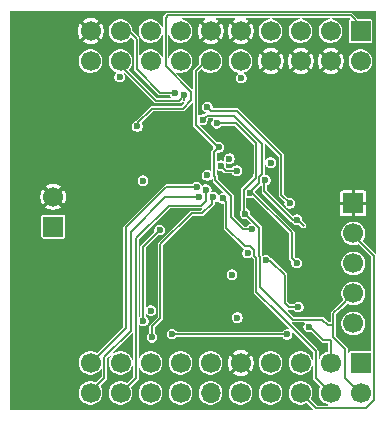
<source format=gbr>
%TF.GenerationSoftware,KiCad,Pcbnew,9.0.7-9.0.7~ubuntu24.04.1*%
%TF.CreationDate,2026-01-18T20:13:28+01:00*%
%TF.ProjectId,board,626f6172-642e-46b6-9963-61645f706362,rev?*%
%TF.SameCoordinates,Original*%
%TF.FileFunction,Copper,L4,Bot*%
%TF.FilePolarity,Positive*%
%FSLAX46Y46*%
G04 Gerber Fmt 4.6, Leading zero omitted, Abs format (unit mm)*
G04 Created by KiCad (PCBNEW 9.0.7-9.0.7~ubuntu24.04.1) date 2026-01-18 20:13:28*
%MOMM*%
%LPD*%
G01*
G04 APERTURE LIST*
%TA.AperFunction,SMDPad,CuDef*%
%ADD10R,4.000000X1.000000*%
%TD*%
%TA.AperFunction,ComponentPad*%
%ADD11R,1.700000X1.700000*%
%TD*%
%TA.AperFunction,ComponentPad*%
%ADD12C,1.700000*%
%TD*%
%TA.AperFunction,ComponentPad*%
%ADD13C,0.858000*%
%TD*%
%TA.AperFunction,ComponentPad*%
%ADD14O,1.700000X1.700000*%
%TD*%
%TA.AperFunction,ViaPad*%
%ADD15C,0.600000*%
%TD*%
%TA.AperFunction,Conductor*%
%ADD16C,0.152400*%
%TD*%
%TA.AperFunction,Conductor*%
%ADD17C,0.200000*%
%TD*%
G04 APERTURE END LIST*
D10*
%TO.P,J1,P5,GND*%
%TO.N,CPAD_2.2MM*%
X139230000Y-83180000D03*
%TO.P,J1,P4,GND*%
X139230000Y-88680000D03*
%TD*%
D11*
%TO.P,J5,1,Pin_1*%
%TO.N,CPAD_2.2MM*%
X166280000Y-98590000D03*
D12*
%TO.P,J5,2,Pin_2*%
%TO.N,PA7*%
X166280000Y-101130000D03*
%TO.P,J5,3,Pin_3*%
%TO.N,SCLK*%
X166280000Y-103670000D03*
%TO.P,J5,4,Pin_4*%
%TO.N,SDATA*%
X166280000Y-106210000D03*
%TO.P,J5,5,Pin_5*%
%TO.N,+3.3V*%
X166280000Y-108750000D03*
%TD*%
D11*
%TO.P,J3,1,Pin_1*%
%TO.N,/5V*%
X140880000Y-100565000D03*
D12*
%TO.P,J3,2,Pin_2*%
%TO.N,CPAD_2.2MM*%
X140880000Y-98025000D03*
%TD*%
D13*
%TO.P,U1,V1,EP*%
%TO.N,CPAD_2.2MM*%
X152440000Y-94940000D03*
%TO.P,U1,V2,EP*%
X152440000Y-93840000D03*
%TO.P,U1,V3,EP*%
X152440000Y-92740000D03*
%TO.P,U1,V4,EP*%
X151340000Y-94940000D03*
%TO.P,U1,V5,EP*%
X151340000Y-93840000D03*
%TO.P,U1,V6,EP*%
X151340000Y-92740000D03*
%TO.P,U1,V7,EP*%
X150240000Y-94940000D03*
%TO.P,U1,V8,EP*%
X150240000Y-93840000D03*
%TO.P,U1,V9,EP*%
X150240000Y-92740000D03*
%TD*%
D10*
%TO.P,J2,P4,GND*%
%TO.N,CPAD_2.2MM*%
X166180000Y-90550000D03*
%TO.P,J2,P5,GND*%
X166180000Y-96050000D03*
%TD*%
%TO.P,J4,P4,GND*%
%TO.N,CPAD_2.2MM*%
X139260000Y-115090000D03*
%TO.P,J4,P5,GND*%
X139260000Y-109590000D03*
%TD*%
D13*
%TO.P,U2,V1,EP*%
%TO.N,CPAD_2.2MM*%
X154740000Y-103020000D03*
%TO.P,U2,V2,EP*%
X154740000Y-101920000D03*
%TO.P,U2,V3,EP*%
X154740000Y-100820000D03*
%TO.P,U2,V4,EP*%
X153640000Y-103020000D03*
%TO.P,U2,V5,EP*%
X153640000Y-101920000D03*
%TO.P,U2,V6,EP*%
X153640000Y-100820000D03*
%TO.P,U2,V7,EP*%
X152540000Y-103020000D03*
%TO.P,U2,V8,EP*%
X152540000Y-101920000D03*
%TO.P,U2,V9,EP*%
X152540000Y-100820000D03*
%TD*%
D11*
%TO.P,P2,1,Pin_1*%
%TO.N,LOCK_B*%
X166900000Y-112100000D03*
D12*
%TO.P,P2,2,Pin_2*%
%TO.N,SDATA*%
X166900000Y-114640000D03*
%TO.P,P2,3,Pin_3*%
%TO.N,SCLK*%
X164360000Y-112100000D03*
%TO.P,P2,4,Pin_4*%
%TO.N,CSN_B*%
X164360000Y-114640000D03*
%TO.P,P2,5,Pin_5*%
%TO.N,CSN_A*%
X161820000Y-112100000D03*
%TO.P,P2,6,Pin_6*%
%TO.N,PA7*%
X161820000Y-114640000D03*
%TO.P,P2,7,Pin_7*%
%TO.N,unconnected-(P2-Pin_7-Pad7)*%
X159280000Y-112100000D03*
%TO.P,P2,8,Pin_8*%
%TO.N,/PA5*%
X159280000Y-114640000D03*
%TO.P,P2,9,Pin_9*%
%TO.N,CPAD_2.2MM*%
X156740000Y-112100000D03*
%TO.P,P2,10,Pin_10*%
%TO.N,unconnected-(P2-Pin_10-Pad10)*%
X156740000Y-114640000D03*
%TO.P,P2,11,Pin_11*%
%TO.N,unconnected-(P2-Pin_11-Pad11)*%
X154200000Y-112100000D03*
D14*
%TO.P,P2,12,Pin_12*%
%TO.N,unconnected-(P2-Pin_12-Pad12)*%
X154200000Y-114640000D03*
D12*
%TO.P,P2,13,Pin_13*%
%TO.N,unconnected-(P2-Pin_13-Pad13)*%
X151660000Y-112100000D03*
%TO.P,P2,14,Pin_14*%
%TO.N,unconnected-(P2-Pin_14-Pad14)*%
X151660000Y-114640000D03*
%TO.P,P2,15,Pin_15*%
%TO.N,unconnected-(P2-Pin_15-Pad15)*%
X149120000Y-112100000D03*
%TO.P,P2,16,Pin_16*%
%TO.N,unconnected-(P2-Pin_16-Pad16)*%
X149120000Y-114640000D03*
%TO.P,P2,17,Pin_17*%
%TO.N,Q1_B*%
X146580000Y-112100000D03*
%TO.P,P2,18,Pin_18*%
%TO.N,Q0_B*%
X146580000Y-114640000D03*
%TO.P,P2,19,Pin_19*%
%TO.N,I1_B*%
X144040000Y-112100000D03*
%TO.P,P2,20,Pin_20*%
%TO.N,I0_B*%
X144040000Y-114640000D03*
%TD*%
D11*
%TO.P,P1,1,Pin_1*%
%TO.N,LOCK_A*%
X166900000Y-84000000D03*
D12*
%TO.P,P1,2,Pin_2*%
%TO.N,/PD6*%
X166900000Y-86540000D03*
%TO.P,P1,3,Pin_3*%
%TO.N,PD7*%
X164360000Y-84000000D03*
%TO.P,P1,4,Pin_4*%
%TO.N,CPAD_2.2MM*%
X164360000Y-86540000D03*
%TO.P,P1,5,Pin_5*%
%TO.N,unconnected-(P1-Pin_5-Pad5)*%
X161820000Y-84000000D03*
%TO.P,P1,6,Pin_6*%
%TO.N,CPAD_2.2MM*%
X161820000Y-86540000D03*
%TO.P,P1,7,Pin_7*%
%TO.N,/SLRD*%
X159280000Y-84000000D03*
%TO.P,P1,8,Pin_8*%
%TO.N,CPAD_2.2MM*%
X159280000Y-86540000D03*
%TO.P,P1,9,Pin_9*%
X156740000Y-84000000D03*
%TO.P,P1,10,Pin_10*%
%TO.N,+3.3V*%
X156740000Y-86540000D03*
%TO.P,P1,11,Pin_11*%
%TO.N,CPAD_2.2MM*%
X154200000Y-84000000D03*
%TO.P,P1,12,Pin_12*%
%TO.N,DCLK*%
X154200000Y-86540000D03*
%TO.P,P1,13,Pin_13*%
%TO.N,unconnected-(P1-Pin_13-Pad13)*%
X151660000Y-84000000D03*
%TO.P,P1,14,Pin_14*%
%TO.N,unconnected-(P1-Pin_14-Pad14)*%
X151660000Y-86540000D03*
%TO.P,P1,15,Pin_15*%
%TO.N,I0_A*%
X149120000Y-84000000D03*
%TO.P,P1,16,Pin_16*%
%TO.N,I1_A*%
X149120000Y-86540000D03*
%TO.P,P1,17,Pin_17*%
%TO.N,Q0_A*%
X146580000Y-84000000D03*
%TO.P,P1,18,Pin_18*%
%TO.N,Q1_A*%
X146580000Y-86540000D03*
%TO.P,P1,19,Pin_19*%
%TO.N,CPAD_2.2MM*%
X144040000Y-84000000D03*
%TO.P,P1,20,Pin_20*%
%TO.N,+3.3V*%
X144040000Y-86540000D03*
%TD*%
D15*
%TO.N,CPAD_2.2MM*%
X160150000Y-103470000D03*
X157360000Y-104900000D03*
X159130000Y-100480000D03*
X159210000Y-110520000D03*
X156420000Y-97490000D03*
%TO.N,CP1OUT*%
X161510000Y-99960000D03*
X158838600Y-96610000D03*
%TO.N,CP2OUT*%
X161623600Y-107370000D03*
X158904400Y-103420000D03*
%TO.N,CPAD_2.2MM*%
X163090000Y-98620000D03*
%TO.N,CP1OUT*%
X155050000Y-95400000D03*
X156401400Y-95814000D03*
%TO.N,CPAD_2.2MM*%
X145550000Y-94260000D03*
X163620000Y-110750000D03*
X147150000Y-110550000D03*
X151330000Y-99330000D03*
X155450000Y-106310000D03*
X163480000Y-90360000D03*
X158440000Y-90300000D03*
X145160000Y-105840000D03*
X144570000Y-101320000D03*
X144780000Y-97020000D03*
X140920000Y-94150000D03*
%TO.N,+3.3V*%
X153923800Y-96224491D03*
X146490000Y-87900000D03*
X159280000Y-95130000D03*
X155995000Y-104625000D03*
X149150000Y-107660000D03*
X156460000Y-108260000D03*
X157322565Y-102797435D03*
X155790000Y-94800000D03*
X148470000Y-96670000D03*
X156790000Y-87980000D03*
%TO.N,SDATA*%
X154720000Y-91800000D03*
X157118683Y-99468683D03*
%TO.N,SCLK*%
X162510000Y-109050000D03*
X153510000Y-91490000D03*
X161490000Y-103640000D03*
X157530000Y-97670000D03*
%TO.N,Q0_A*%
X151150000Y-89220000D03*
%TO.N,DCLK*%
X154870000Y-93850000D03*
X157680000Y-100780000D03*
%TO.N,Q1_A*%
X151980000Y-89440000D03*
%TO.N,LOCK_A*%
X148000000Y-92080000D03*
%TO.N,LOCK_B*%
X148500000Y-108560000D03*
X160670000Y-109690000D03*
X150920000Y-109660000D03*
X149890000Y-100850000D03*
%TO.N,I0_B*%
X153230000Y-98020000D03*
%TO.N,CSN_B*%
X155260000Y-98160000D03*
%TO.N,CSN_A*%
X153910000Y-90430000D03*
X160900000Y-98590000D03*
%TO.N,Q0_B*%
X153820000Y-97420000D03*
%TO.N,I1_B*%
X153020000Y-97210000D03*
%TO.N,Q1_B*%
X149240000Y-109920000D03*
X154440000Y-98070000D03*
%TD*%
D16*
%TO.N,SCLK*%
X161490000Y-103640000D02*
X161480000Y-103640000D01*
X161480000Y-103640000D02*
X161080000Y-103240000D01*
X161080000Y-103240000D02*
X161080000Y-101030000D01*
X161080000Y-101030000D02*
X157720000Y-97670000D01*
X157720000Y-97670000D02*
X157530000Y-97670000D01*
X163730000Y-110150000D02*
X164290000Y-110150000D01*
X162630000Y-109050000D02*
X163730000Y-110150000D01*
X162510000Y-109050000D02*
X162630000Y-109050000D01*
X164290000Y-110150000D02*
X164400000Y-110260000D01*
X164400000Y-110260000D02*
X164400000Y-112130000D01*
X164400000Y-112130000D02*
X164220000Y-111950000D01*
%TO.N,CP2OUT*%
X158904400Y-103420000D02*
X158924400Y-103440000D01*
X158924400Y-103440000D02*
X159240000Y-103440000D01*
X159240000Y-103440000D02*
X160460000Y-104660000D01*
X160460000Y-107030000D02*
X160800000Y-107370000D01*
X160460000Y-104660000D02*
X160460000Y-107030000D01*
X160800000Y-107370000D02*
X161623600Y-107370000D01*
%TO.N,SDATA*%
X157118683Y-99468683D02*
X158330000Y-100680000D01*
X158330000Y-100680000D02*
X158330000Y-103037533D01*
X158330000Y-103037533D02*
X158375800Y-103083334D01*
X158375800Y-103083334D02*
X158375800Y-105655800D01*
X158375800Y-105655800D02*
X161160000Y-108440000D01*
X161160000Y-108440000D02*
X163650000Y-108440000D01*
X164110000Y-108900000D02*
X164600000Y-108900000D01*
X163650000Y-108440000D02*
X164110000Y-108900000D01*
X158003200Y-96447832D02*
X158003200Y-96263966D01*
X158003200Y-96263966D02*
X158070000Y-96197165D01*
X158070000Y-96197165D02*
X158070000Y-93502466D01*
X158070000Y-93502466D02*
X156367534Y-91800000D01*
X156367534Y-91800000D02*
X154720000Y-91800000D01*
%TO.N,SCLK*%
X157530000Y-97670000D02*
X157530000Y-97650000D01*
X157530000Y-97650000D02*
X158309000Y-96871000D01*
X158309000Y-96871000D02*
X158309000Y-96390632D01*
X156150000Y-91150000D02*
X153850000Y-91150000D01*
X158309000Y-96390632D02*
X158560000Y-96139632D01*
X158560000Y-96139632D02*
X158560000Y-93560000D01*
X158560000Y-93560000D02*
X156150000Y-91150000D01*
X153850000Y-91150000D02*
X153510000Y-91490000D01*
%TO.N,SDATA*%
X157118683Y-99468683D02*
X157098683Y-99468683D01*
X157000000Y-97451032D02*
X158003200Y-96447832D01*
X157098683Y-99468683D02*
X157000000Y-99370000D01*
X157000000Y-99370000D02*
X157000000Y-97451032D01*
%TO.N,CP1OUT*%
X158838600Y-96612378D02*
X158740000Y-96710978D01*
X161150000Y-99960000D02*
X161510000Y-99960000D01*
X158838600Y-96610000D02*
X158838600Y-96612378D01*
X158740000Y-96710978D02*
X158740000Y-97550000D01*
X158740000Y-97550000D02*
X161150000Y-99960000D01*
X162070000Y-100470000D02*
X161560000Y-99960000D01*
X161560000Y-99960000D02*
X161510000Y-99960000D01*
%TO.N,CSN_A*%
X153910000Y-90430000D02*
X154220000Y-90740000D01*
X154220000Y-90740000D02*
X156400000Y-90740000D01*
X160180000Y-94520000D02*
X160180000Y-97870000D01*
X156400000Y-90740000D02*
X160180000Y-94520000D01*
X160180000Y-97870000D02*
X160900000Y-98590000D01*
%TO.N,DCLK*%
X154870000Y-93850000D02*
X154500000Y-94220000D01*
X155910000Y-97950000D02*
X155910000Y-99740000D01*
X154500000Y-94220000D02*
X154500000Y-96243715D01*
X154500000Y-96243715D02*
X154607200Y-96350915D01*
X154607200Y-96350915D02*
X154607200Y-96647200D01*
X154607200Y-96647200D02*
X155910000Y-97950000D01*
X155910000Y-99740000D02*
X156950000Y-100780000D01*
X156950000Y-100780000D02*
X157680000Y-100780000D01*
%TO.N,CSN_B*%
X157086857Y-102216857D02*
X155540000Y-100670000D01*
X157899765Y-102558350D02*
X157561650Y-102220235D01*
X158070000Y-103210000D02*
X157898142Y-103038142D01*
X158070000Y-106060000D02*
X158070000Y-103210000D01*
X157899765Y-103036520D02*
X157899765Y-102558350D01*
X160067600Y-108057600D02*
X158070000Y-106060000D01*
X157083480Y-102220235D02*
X157086857Y-102216857D01*
X157898142Y-103038142D02*
X157899765Y-103036520D01*
X157561650Y-102220235D02*
X157083480Y-102220235D01*
X155540000Y-100670000D02*
X155540000Y-98440000D01*
X160067600Y-108077600D02*
X160067600Y-108057600D01*
X163110000Y-111120000D02*
X160067600Y-108077600D01*
X163110000Y-113380000D02*
X163110000Y-111120000D01*
X164400000Y-114670000D02*
X163110000Y-113380000D01*
X155540000Y-98440000D02*
X155260000Y-98160000D01*
%TO.N,CP1OUT*%
X155464000Y-95814000D02*
X156227802Y-95814000D01*
X155050000Y-95400000D02*
X155464000Y-95814000D01*
X156227802Y-95814000D02*
X156241400Y-95827598D01*
%TO.N,PA7*%
X166180000Y-101190000D02*
X168040000Y-103050000D01*
X163130000Y-115940000D02*
X161860000Y-114670000D01*
X168040000Y-103050000D02*
X168040000Y-115270000D01*
X168040000Y-115270000D02*
X167370000Y-115940000D01*
X167370000Y-115940000D02*
X163130000Y-115940000D01*
%TO.N,LOCK_A*%
X148000000Y-92080000D02*
X148000000Y-91820000D01*
X148000000Y-91820000D02*
X149260000Y-90560000D01*
X149260000Y-90560000D02*
X151840000Y-90560000D01*
X151840000Y-90560000D02*
X152570000Y-89830000D01*
X152570000Y-89830000D02*
X152570000Y-89170000D01*
X152570000Y-89170000D02*
X150380000Y-86980000D01*
X150380000Y-86980000D02*
X150380000Y-82860000D01*
X150380000Y-82860000D02*
X150570000Y-82670000D01*
X150570000Y-82670000D02*
X166050000Y-82670000D01*
X166050000Y-82670000D02*
X166930000Y-83550000D01*
%TO.N,Q0_A*%
X147940000Y-87240000D02*
X149920000Y-89220000D01*
D17*
%TO.N,PA7*%
X161860000Y-114670000D02*
X161870000Y-114670000D01*
D16*
%TO.N,SDATA*%
X166940000Y-114670000D02*
X166840000Y-114670000D01*
D17*
X166180000Y-106280000D02*
X166180000Y-106270000D01*
D16*
X164600000Y-107890000D02*
X165130000Y-107360000D01*
X165130000Y-107360000D02*
X166280000Y-106210000D01*
X165580000Y-113410000D02*
X165580000Y-110900000D01*
X164600000Y-108900000D02*
X164600000Y-107890000D01*
X165580000Y-110900000D02*
X164600000Y-109920000D01*
X164600000Y-109920000D02*
X164600000Y-108900000D01*
X165130000Y-107360000D02*
X165050000Y-107440000D01*
X166180000Y-106320000D02*
X166180000Y-106280000D01*
X166840000Y-114670000D02*
X165580000Y-113410000D01*
%TO.N,DCLK*%
X154830000Y-93850000D02*
X154870000Y-93850000D01*
X152930000Y-87390000D02*
X152930000Y-91950000D01*
X154230000Y-86090000D02*
X152930000Y-87390000D01*
X152930000Y-91950000D02*
X154830000Y-93850000D01*
%TO.N,Q1_A*%
X151980000Y-89440000D02*
X151980000Y-89800000D01*
X149570000Y-89890000D02*
X146630000Y-86950000D01*
X151980000Y-89440000D02*
X151530000Y-89890000D01*
X151530000Y-89890000D02*
X149570000Y-89890000D01*
X146630000Y-86950000D02*
X146630000Y-85920000D01*
%TO.N,LOCK_A*%
X148000000Y-92080000D02*
X148010000Y-92070000D01*
X148010000Y-92070000D02*
X148010000Y-91860000D01*
%TO.N,LOCK_B*%
X149890000Y-100850000D02*
X148470000Y-102270000D01*
X148470000Y-102350000D02*
X148470000Y-108530000D01*
X160670000Y-109690000D02*
X150950000Y-109690000D01*
X148470000Y-102270000D02*
X148470000Y-102350000D01*
X148470000Y-108530000D02*
X148500000Y-108560000D01*
X150950000Y-109690000D02*
X150920000Y-109660000D01*
%TO.N,I0_B*%
X145210000Y-113370000D02*
X145210000Y-111620000D01*
X144080000Y-114500000D02*
X145210000Y-113370000D01*
X145210000Y-111620000D02*
X147440000Y-109390000D01*
X150360000Y-98080000D02*
X153170000Y-98080000D01*
X147440000Y-101000000D02*
X150360000Y-98080000D01*
X147440000Y-109390000D02*
X147440000Y-101000000D01*
X144080000Y-114670000D02*
X144080000Y-114500000D01*
X153170000Y-98080000D02*
X153230000Y-98020000D01*
%TO.N,Q0_B*%
X153400000Y-98790000D02*
X153820000Y-98370000D01*
X150640000Y-98790000D02*
X153400000Y-98790000D01*
X153820000Y-98370000D02*
X153820000Y-97420000D01*
X147880000Y-113410000D02*
X147880000Y-101550000D01*
X147880000Y-101550000D02*
X150640000Y-98790000D01*
X146620000Y-114670000D02*
X147880000Y-113410000D01*
%TO.N,I1_B*%
X150460000Y-97210000D02*
X153020000Y-97210000D01*
X144080000Y-112130000D02*
X147050000Y-109160000D01*
X147050000Y-109160000D02*
X147050000Y-100620000D01*
X147050000Y-100620000D02*
X150460000Y-97210000D01*
%TO.N,Q1_B*%
X153500000Y-99430000D02*
X154320000Y-98610000D01*
X149240000Y-109920000D02*
X149240000Y-109000000D01*
X154320000Y-98190000D02*
X154440000Y-98070000D01*
X154320000Y-98610000D02*
X154320000Y-98190000D01*
X152590000Y-99430000D02*
X153500000Y-99430000D01*
X149950000Y-108290000D02*
X149950000Y-102070000D01*
X149240000Y-109000000D02*
X149950000Y-108290000D01*
X149950000Y-102070000D02*
X152590000Y-99430000D01*
%TO.N,Q0_A*%
X151150000Y-89220000D02*
X149920000Y-89220000D01*
X147940000Y-87240000D02*
X147940000Y-84690000D01*
X147940000Y-84690000D02*
X146630000Y-83380000D01*
%TD*%
%TA.AperFunction,Conductor*%
%TO.N,CPAD_2.2MM*%
G36*
X168204914Y-82325086D02*
G01*
X168219500Y-82360300D01*
X168219500Y-102785275D01*
X168204914Y-102820489D01*
X168169700Y-102835075D01*
X168134486Y-102820489D01*
X167097637Y-101783640D01*
X167083051Y-101748426D01*
X167091442Y-101720764D01*
X167168759Y-101605051D01*
X167244359Y-101422535D01*
X167282900Y-101228777D01*
X167282900Y-101031223D01*
X167244359Y-100837465D01*
X167168759Y-100654949D01*
X167114957Y-100574428D01*
X167059007Y-100490691D01*
X166919308Y-100350992D01*
X166781915Y-100259191D01*
X166755051Y-100241241D01*
X166755049Y-100241240D01*
X166755047Y-100241239D01*
X166663793Y-100203441D01*
X166572535Y-100165641D01*
X166572531Y-100165640D01*
X166572525Y-100165638D01*
X166378779Y-100127100D01*
X166378777Y-100127100D01*
X166181223Y-100127100D01*
X166181220Y-100127100D01*
X165987474Y-100165638D01*
X165987466Y-100165640D01*
X165987465Y-100165641D01*
X165987461Y-100165642D01*
X165987460Y-100165643D01*
X165804952Y-100241239D01*
X165804950Y-100241240D01*
X165640691Y-100350992D01*
X165640689Y-100350995D01*
X165500995Y-100490689D01*
X165500992Y-100490691D01*
X165391240Y-100654950D01*
X165391239Y-100654952D01*
X165315643Y-100837460D01*
X165315638Y-100837474D01*
X165277100Y-101031220D01*
X165277100Y-101228779D01*
X165315638Y-101422525D01*
X165315640Y-101422531D01*
X165315641Y-101422535D01*
X165318757Y-101430057D01*
X165391239Y-101605047D01*
X165391240Y-101605049D01*
X165500992Y-101769308D01*
X165640691Y-101909007D01*
X165738978Y-101974679D01*
X165804949Y-102018759D01*
X165987465Y-102094359D01*
X165987472Y-102094360D01*
X165987474Y-102094361D01*
X166053773Y-102107548D01*
X166181223Y-102132900D01*
X166181228Y-102132900D01*
X166378772Y-102132900D01*
X166378777Y-102132900D01*
X166572535Y-102094359D01*
X166674609Y-102052079D01*
X166712720Y-102052079D01*
X166728877Y-102062874D01*
X167796314Y-103130311D01*
X167810900Y-103165525D01*
X167810900Y-111047300D01*
X167796314Y-111082514D01*
X167761100Y-111097100D01*
X166034949Y-111097100D01*
X166034941Y-111097101D01*
X166001492Y-111103754D01*
X165990342Y-111105972D01*
X165990341Y-111105972D01*
X165990338Y-111105973D01*
X165939767Y-111139764D01*
X165939764Y-111139767D01*
X165905970Y-111190343D01*
X165904908Y-111192909D01*
X165877956Y-111219860D01*
X165839841Y-111219858D01*
X165812890Y-111192906D01*
X165809100Y-111173850D01*
X165809100Y-110854430D01*
X165809100Y-110854429D01*
X165798884Y-110829766D01*
X165774222Y-110770225D01*
X164843686Y-109839689D01*
X164829100Y-109804475D01*
X164829100Y-108651220D01*
X165277100Y-108651220D01*
X165277100Y-108848779D01*
X165315638Y-109042525D01*
X165315640Y-109042531D01*
X165315641Y-109042535D01*
X165343430Y-109109625D01*
X165391143Y-109224816D01*
X165391241Y-109225051D01*
X165400966Y-109239605D01*
X165500992Y-109389308D01*
X165640691Y-109529007D01*
X165729148Y-109588111D01*
X165804949Y-109638759D01*
X165987465Y-109714359D01*
X165987472Y-109714360D01*
X165987474Y-109714361D01*
X166053773Y-109727548D01*
X166181223Y-109752900D01*
X166181228Y-109752900D01*
X166378772Y-109752900D01*
X166378777Y-109752900D01*
X166572535Y-109714359D01*
X166755051Y-109638759D01*
X166909189Y-109535768D01*
X166919308Y-109529007D01*
X166919311Y-109529005D01*
X167059005Y-109389311D01*
X167059007Y-109389308D01*
X167099913Y-109328087D01*
X167168759Y-109225051D01*
X167244359Y-109042535D01*
X167282900Y-108848777D01*
X167282900Y-108651223D01*
X167244359Y-108457465D01*
X167168759Y-108274949D01*
X167114633Y-108193943D01*
X167059007Y-108110691D01*
X166919308Y-107970992D01*
X166788258Y-107883429D01*
X166755051Y-107861241D01*
X166755049Y-107861240D01*
X166755047Y-107861239D01*
X166624342Y-107807100D01*
X166572535Y-107785641D01*
X166572531Y-107785640D01*
X166572525Y-107785638D01*
X166378779Y-107747100D01*
X166378777Y-107747100D01*
X166181223Y-107747100D01*
X166181220Y-107747100D01*
X165987474Y-107785638D01*
X165987466Y-107785640D01*
X165987465Y-107785641D01*
X165987461Y-107785642D01*
X165987460Y-107785643D01*
X165804952Y-107861239D01*
X165804950Y-107861240D01*
X165640691Y-107970992D01*
X165640691Y-107970993D01*
X165500995Y-108110689D01*
X165500992Y-108110691D01*
X165391240Y-108274950D01*
X165391239Y-108274952D01*
X165315643Y-108457460D01*
X165315638Y-108457474D01*
X165277100Y-108651220D01*
X164829100Y-108651220D01*
X164829100Y-108005524D01*
X164843685Y-107970311D01*
X165324222Y-107489775D01*
X165324222Y-107489774D01*
X165722271Y-107091723D01*
X165757485Y-107077138D01*
X165785151Y-107085530D01*
X165804949Y-107098759D01*
X165987465Y-107174359D01*
X165987472Y-107174360D01*
X165987474Y-107174361D01*
X166053773Y-107187548D01*
X166181223Y-107212900D01*
X166181228Y-107212900D01*
X166378772Y-107212900D01*
X166378777Y-107212900D01*
X166572535Y-107174359D01*
X166755051Y-107098759D01*
X166919312Y-106989004D01*
X167059004Y-106849312D01*
X167168759Y-106685051D01*
X167244359Y-106502535D01*
X167282900Y-106308777D01*
X167282900Y-106111223D01*
X167244359Y-105917465D01*
X167168759Y-105734949D01*
X167124679Y-105668978D01*
X167059007Y-105570691D01*
X166919308Y-105430992D01*
X166788258Y-105343429D01*
X166755051Y-105321241D01*
X166755049Y-105321240D01*
X166755047Y-105321239D01*
X166663793Y-105283441D01*
X166572535Y-105245641D01*
X166572531Y-105245640D01*
X166572525Y-105245638D01*
X166378779Y-105207100D01*
X166378777Y-105207100D01*
X166181223Y-105207100D01*
X166181220Y-105207100D01*
X165987474Y-105245638D01*
X165987466Y-105245640D01*
X165987465Y-105245641D01*
X165987461Y-105245642D01*
X165987460Y-105245643D01*
X165804952Y-105321239D01*
X165804950Y-105321240D01*
X165640691Y-105430992D01*
X165640689Y-105430995D01*
X165500995Y-105570689D01*
X165500992Y-105570691D01*
X165391240Y-105734950D01*
X165391239Y-105734952D01*
X165315643Y-105917460D01*
X165315638Y-105917474D01*
X165277100Y-106111220D01*
X165277100Y-106308779D01*
X165315638Y-106502525D01*
X165315640Y-106502531D01*
X165315641Y-106502535D01*
X165315643Y-106502539D01*
X165391238Y-106685045D01*
X165391239Y-106685047D01*
X165391241Y-106685051D01*
X165404468Y-106704847D01*
X165411904Y-106742228D01*
X165398275Y-106767727D01*
X165206221Y-106959780D01*
X165000225Y-107165777D01*
X165000225Y-107165778D01*
X164405778Y-107760225D01*
X164405774Y-107760231D01*
X164395250Y-107785641D01*
X164370900Y-107844426D01*
X164370900Y-108621100D01*
X164356314Y-108656314D01*
X164321100Y-108670900D01*
X164225525Y-108670900D01*
X164190311Y-108656314D01*
X163779774Y-108245777D01*
X163720233Y-108221115D01*
X163695573Y-108210900D01*
X163695571Y-108210900D01*
X161275524Y-108210900D01*
X161240310Y-108196314D01*
X160728110Y-107684114D01*
X160713524Y-107648900D01*
X160728110Y-107613686D01*
X160763324Y-107599100D01*
X160845570Y-107599100D01*
X161204155Y-107599100D01*
X161239369Y-107613686D01*
X161247283Y-107624000D01*
X161261190Y-107648087D01*
X161345513Y-107732410D01*
X161448787Y-107792036D01*
X161563975Y-107822900D01*
X161683225Y-107822900D01*
X161798413Y-107792036D01*
X161901687Y-107732410D01*
X161986010Y-107648087D01*
X162045636Y-107544813D01*
X162076500Y-107429625D01*
X162076500Y-107310375D01*
X162045636Y-107195187D01*
X161986010Y-107091913D01*
X161901687Y-107007590D01*
X161901686Y-107007589D01*
X161838482Y-106971098D01*
X161798413Y-106947964D01*
X161734014Y-106930708D01*
X161683226Y-106917100D01*
X161683225Y-106917100D01*
X161563975Y-106917100D01*
X161563973Y-106917100D01*
X161462396Y-106944317D01*
X161448787Y-106947964D01*
X161448784Y-106947965D01*
X161448783Y-106947966D01*
X161345513Y-107007589D01*
X161261189Y-107091913D01*
X161247283Y-107116000D01*
X161217044Y-107139203D01*
X161204155Y-107140900D01*
X160915524Y-107140900D01*
X160880310Y-107126314D01*
X160703686Y-106949689D01*
X160689100Y-106914475D01*
X160689100Y-104614430D01*
X160689100Y-104614429D01*
X160668781Y-104565375D01*
X160654222Y-104530226D01*
X160654221Y-104530225D01*
X160654222Y-104530225D01*
X159369774Y-103245777D01*
X159328880Y-103228839D01*
X159304810Y-103207731D01*
X159266810Y-103141913D01*
X159182487Y-103057590D01*
X159182486Y-103057589D01*
X159112390Y-103017119D01*
X159079213Y-102997964D01*
X159012072Y-102979974D01*
X158964026Y-102967100D01*
X158964025Y-102967100D01*
X158844775Y-102967100D01*
X158844773Y-102967100D01*
X158743196Y-102994317D01*
X158729587Y-102997964D01*
X158729584Y-102997965D01*
X158729583Y-102997966D01*
X158664837Y-103035347D01*
X158661426Y-103035795D01*
X158658995Y-103038228D01*
X158642953Y-103038228D01*
X158627047Y-103040322D01*
X158624318Y-103038228D01*
X158620880Y-103038228D01*
X158609538Y-103026886D01*
X158596809Y-103017119D01*
X158593931Y-103011284D01*
X158580963Y-102979977D01*
X158570023Y-102953562D01*
X158570022Y-102953561D01*
X158568152Y-102949045D01*
X158568143Y-102949027D01*
X158566230Y-102944409D01*
X158568061Y-102943650D01*
X158559100Y-102922010D01*
X158559100Y-100634430D01*
X158559100Y-100634429D01*
X158544746Y-100599775D01*
X158524222Y-100550225D01*
X157577273Y-99603276D01*
X157562687Y-99568062D01*
X157564383Y-99555178D01*
X157571583Y-99528308D01*
X157571583Y-99409058D01*
X157540719Y-99293870D01*
X157481093Y-99190596D01*
X157396770Y-99106273D01*
X157396769Y-99106272D01*
X157333565Y-99069781D01*
X157293496Y-99046647D01*
X157293493Y-99046646D01*
X157266010Y-99039282D01*
X157235772Y-99016078D01*
X157229100Y-98991179D01*
X157229100Y-98105495D01*
X157243686Y-98070281D01*
X157278900Y-98055695D01*
X157303798Y-98062366D01*
X157355187Y-98092036D01*
X157470375Y-98122900D01*
X157589625Y-98122900D01*
X157704813Y-98092036D01*
X157743501Y-98069698D01*
X157781289Y-98064723D01*
X157803615Y-98077612D01*
X160836314Y-101110310D01*
X160850900Y-101145524D01*
X160850900Y-103285572D01*
X160885777Y-103369774D01*
X161029296Y-103513293D01*
X161043882Y-103548507D01*
X161042185Y-103561395D01*
X161037100Y-103580371D01*
X161037100Y-103580375D01*
X161037100Y-103699625D01*
X161067964Y-103814813D01*
X161127590Y-103918087D01*
X161211913Y-104002410D01*
X161315187Y-104062036D01*
X161430375Y-104092900D01*
X161549625Y-104092900D01*
X161664813Y-104062036D01*
X161768087Y-104002410D01*
X161852410Y-103918087D01*
X161912036Y-103814813D01*
X161942900Y-103699625D01*
X161942900Y-103580375D01*
X161940447Y-103571220D01*
X165277100Y-103571220D01*
X165277100Y-103768779D01*
X165315638Y-103962525D01*
X165315640Y-103962531D01*
X165315641Y-103962535D01*
X165315643Y-103962539D01*
X165369639Y-104092900D01*
X165391241Y-104145051D01*
X165413429Y-104178258D01*
X165500992Y-104309308D01*
X165640691Y-104449007D01*
X165738978Y-104514679D01*
X165804949Y-104558759D01*
X165987465Y-104634359D01*
X165987472Y-104634360D01*
X165987474Y-104634361D01*
X166053773Y-104647548D01*
X166181223Y-104672900D01*
X166181228Y-104672900D01*
X166378772Y-104672900D01*
X166378777Y-104672900D01*
X166572535Y-104634359D01*
X166755051Y-104558759D01*
X166917542Y-104450187D01*
X166919308Y-104449007D01*
X166919311Y-104449005D01*
X167059005Y-104309311D01*
X167059007Y-104309308D01*
X167090223Y-104262589D01*
X167168759Y-104145051D01*
X167244359Y-103962535D01*
X167282900Y-103768777D01*
X167282900Y-103571223D01*
X167244359Y-103377465D01*
X167168759Y-103194949D01*
X167088961Y-103075522D01*
X167059007Y-103030691D01*
X166919308Y-102890992D01*
X166761088Y-102785275D01*
X166755051Y-102781241D01*
X166755049Y-102781240D01*
X166755047Y-102781239D01*
X166650194Y-102737808D01*
X166572535Y-102705641D01*
X166572531Y-102705640D01*
X166572525Y-102705638D01*
X166378779Y-102667100D01*
X166378777Y-102667100D01*
X166181223Y-102667100D01*
X166181220Y-102667100D01*
X165987474Y-102705638D01*
X165987466Y-102705640D01*
X165987465Y-102705641D01*
X165987461Y-102705642D01*
X165987460Y-102705643D01*
X165804952Y-102781239D01*
X165804950Y-102781240D01*
X165640691Y-102890992D01*
X165640689Y-102890995D01*
X165500995Y-103030689D01*
X165500992Y-103030691D01*
X165391240Y-103194950D01*
X165391239Y-103194952D01*
X165315643Y-103377460D01*
X165315638Y-103377474D01*
X165277100Y-103571220D01*
X161940447Y-103571220D01*
X161912036Y-103465187D01*
X161852410Y-103361913D01*
X161768087Y-103277590D01*
X161768086Y-103277589D01*
X161664816Y-103217966D01*
X161664817Y-103217966D01*
X161664813Y-103217964D01*
X161584375Y-103196411D01*
X161549626Y-103187100D01*
X161549625Y-103187100D01*
X161430375Y-103187100D01*
X161430371Y-103187100D01*
X161395620Y-103196411D01*
X161388949Y-103195532D01*
X161382731Y-103198108D01*
X161370718Y-103193132D01*
X161357831Y-103191435D01*
X161347517Y-103183521D01*
X161323685Y-103159688D01*
X161317279Y-103144221D01*
X161309100Y-103124475D01*
X161309100Y-100984429D01*
X161294652Y-100949551D01*
X161274222Y-100900226D01*
X157991796Y-97617799D01*
X157978907Y-97595475D01*
X157978730Y-97594813D01*
X157971474Y-97567734D01*
X157976449Y-97529947D01*
X157984359Y-97519636D01*
X158425886Y-97078110D01*
X158461100Y-97063524D01*
X158496314Y-97078110D01*
X158510900Y-97113324D01*
X158510900Y-97595571D01*
X158513235Y-97601209D01*
X158514569Y-97604428D01*
X158514569Y-97604429D01*
X158545777Y-97679774D01*
X158545778Y-97679775D01*
X161020226Y-100154222D01*
X161069551Y-100174652D01*
X161069552Y-100174653D01*
X161091206Y-100183622D01*
X161104429Y-100189100D01*
X161104430Y-100189100D01*
X161108365Y-100190730D01*
X161132434Y-100211837D01*
X161147590Y-100238087D01*
X161231913Y-100322410D01*
X161335187Y-100382036D01*
X161450375Y-100412900D01*
X161569625Y-100412900D01*
X161635923Y-100395135D01*
X161673713Y-100400110D01*
X161684027Y-100408024D01*
X161940225Y-100664222D01*
X162024427Y-100699099D01*
X162024428Y-100699099D01*
X162024430Y-100699100D01*
X162024432Y-100699100D01*
X162115568Y-100699100D01*
X162115570Y-100699100D01*
X162199775Y-100664222D01*
X162264222Y-100599775D01*
X162299100Y-100515570D01*
X162299100Y-100424430D01*
X162296266Y-100417589D01*
X162264222Y-100340225D01*
X161977486Y-100053489D01*
X161962900Y-100018275D01*
X161962900Y-99900375D01*
X161962899Y-99900373D01*
X161932036Y-99785187D01*
X161872410Y-99681913D01*
X161788087Y-99597590D01*
X161788086Y-99597589D01*
X161686796Y-99539109D01*
X161684813Y-99537964D01*
X161620414Y-99520708D01*
X161569626Y-99507100D01*
X161569625Y-99507100D01*
X161450375Y-99507100D01*
X161450373Y-99507100D01*
X161348796Y-99534317D01*
X161335187Y-99537964D01*
X161335184Y-99537965D01*
X161335183Y-99537966D01*
X161231913Y-99597589D01*
X161206962Y-99622540D01*
X161171748Y-99637125D01*
X161136535Y-99622539D01*
X160068224Y-98554228D01*
X158983686Y-97469689D01*
X158969100Y-97434475D01*
X158969100Y-97082122D01*
X158983686Y-97046908D01*
X159006012Y-97034019D01*
X159006174Y-97033975D01*
X159013413Y-97032036D01*
X159116687Y-96972410D01*
X159201010Y-96888087D01*
X159260636Y-96784813D01*
X159291500Y-96669625D01*
X159291500Y-96550375D01*
X159260636Y-96435187D01*
X159201010Y-96331913D01*
X159116687Y-96247590D01*
X159116686Y-96247589D01*
X159013416Y-96187966D01*
X159013417Y-96187966D01*
X159013413Y-96187964D01*
X158927209Y-96164866D01*
X158898226Y-96157100D01*
X158898225Y-96157100D01*
X158838900Y-96157100D01*
X158803686Y-96142514D01*
X158789100Y-96107300D01*
X158789100Y-95371392D01*
X158803686Y-95336178D01*
X158838900Y-95321592D01*
X158874114Y-95336178D01*
X158882028Y-95346492D01*
X158908280Y-95391963D01*
X158917590Y-95408087D01*
X159001913Y-95492410D01*
X159105187Y-95552036D01*
X159220375Y-95582900D01*
X159339625Y-95582900D01*
X159454813Y-95552036D01*
X159558087Y-95492410D01*
X159642410Y-95408087D01*
X159702036Y-95304813D01*
X159732900Y-95189625D01*
X159732900Y-95070375D01*
X159702036Y-94955187D01*
X159642410Y-94851913D01*
X159558087Y-94767590D01*
X159558086Y-94767589D01*
X159454816Y-94707966D01*
X159454817Y-94707966D01*
X159454813Y-94707964D01*
X159390414Y-94690708D01*
X159339626Y-94677100D01*
X159339625Y-94677100D01*
X159220375Y-94677100D01*
X159220373Y-94677100D01*
X159118796Y-94704317D01*
X159105187Y-94707964D01*
X159105184Y-94707965D01*
X159105183Y-94707966D01*
X159001913Y-94767589D01*
X158917589Y-94851913D01*
X158882028Y-94913507D01*
X158851789Y-94936710D01*
X158814000Y-94931735D01*
X158790797Y-94901496D01*
X158789100Y-94888607D01*
X158789100Y-93573325D01*
X158803686Y-93538111D01*
X158838900Y-93523525D01*
X158874114Y-93538111D01*
X159936314Y-94600311D01*
X159950900Y-94635525D01*
X159950900Y-97915572D01*
X159985777Y-97999774D01*
X159985778Y-97999775D01*
X160213593Y-98227590D01*
X160441409Y-98455405D01*
X160455995Y-98490619D01*
X160454298Y-98503507D01*
X160447100Y-98530371D01*
X160447100Y-98649626D01*
X160450603Y-98662700D01*
X160477964Y-98764813D01*
X160537590Y-98868087D01*
X160621913Y-98952410D01*
X160725187Y-99012036D01*
X160840375Y-99042900D01*
X160959625Y-99042900D01*
X161074813Y-99012036D01*
X161178087Y-98952410D01*
X161262410Y-98868087D01*
X161322036Y-98764813D01*
X161352900Y-98649625D01*
X161352900Y-98530375D01*
X161322036Y-98415187D01*
X161262410Y-98311913D01*
X161178087Y-98227590D01*
X161178086Y-98227589D01*
X161074816Y-98167966D01*
X161074817Y-98167966D01*
X161074813Y-98167964D01*
X160986489Y-98144298D01*
X160959626Y-98137100D01*
X160959625Y-98137100D01*
X160840375Y-98137100D01*
X160840371Y-98137100D01*
X160813507Y-98144298D01*
X160775718Y-98139322D01*
X160765405Y-98131409D01*
X160423686Y-97789689D01*
X160409100Y-97754475D01*
X160409100Y-97714980D01*
X165176000Y-97714980D01*
X165176000Y-98437600D01*
X165803198Y-98437600D01*
X165780000Y-98524174D01*
X165780000Y-98655826D01*
X165803198Y-98742400D01*
X165176001Y-98742400D01*
X165176001Y-99465017D01*
X165190737Y-99539104D01*
X165190738Y-99539109D01*
X165246874Y-99623122D01*
X165246877Y-99623125D01*
X165330892Y-99679262D01*
X165330894Y-99679263D01*
X165404983Y-99693999D01*
X166127600Y-99693999D01*
X166127600Y-99066802D01*
X166214174Y-99090000D01*
X166345826Y-99090000D01*
X166432400Y-99066802D01*
X166432400Y-99693999D01*
X167155010Y-99693999D01*
X167155017Y-99693998D01*
X167229104Y-99679262D01*
X167229109Y-99679261D01*
X167313122Y-99623125D01*
X167313125Y-99623122D01*
X167369262Y-99539107D01*
X167369263Y-99539105D01*
X167383999Y-99465019D01*
X167384000Y-99465013D01*
X167384000Y-98742400D01*
X166756802Y-98742400D01*
X166780000Y-98655826D01*
X166780000Y-98524174D01*
X166756802Y-98437600D01*
X167383999Y-98437600D01*
X167383999Y-97714989D01*
X167383998Y-97714982D01*
X167369262Y-97640895D01*
X167369261Y-97640890D01*
X167313125Y-97556877D01*
X167313122Y-97556874D01*
X167229107Y-97500737D01*
X167229105Y-97500736D01*
X167155019Y-97486000D01*
X166432400Y-97486000D01*
X166432400Y-98113197D01*
X166345826Y-98090000D01*
X166214174Y-98090000D01*
X166127600Y-98113197D01*
X166127600Y-97486000D01*
X165404989Y-97486000D01*
X165404982Y-97486001D01*
X165330895Y-97500737D01*
X165330890Y-97500738D01*
X165246877Y-97556874D01*
X165246874Y-97556877D01*
X165190737Y-97640892D01*
X165190736Y-97640894D01*
X165176000Y-97714980D01*
X160409100Y-97714980D01*
X160409100Y-94474430D01*
X160409100Y-94474429D01*
X160393841Y-94437590D01*
X160374222Y-94390225D01*
X156529775Y-90545778D01*
X156529774Y-90545777D01*
X156470233Y-90521115D01*
X156445573Y-90510900D01*
X156445571Y-90510900D01*
X154412700Y-90510900D01*
X154377486Y-90496314D01*
X154362900Y-90461100D01*
X154362900Y-90370375D01*
X154362899Y-90370373D01*
X154355060Y-90341116D01*
X154332036Y-90255187D01*
X154272410Y-90151913D01*
X154188087Y-90067590D01*
X154188086Y-90067589D01*
X154111024Y-90023097D01*
X154084813Y-90007964D01*
X154020414Y-89990708D01*
X153969626Y-89977100D01*
X153969625Y-89977100D01*
X153850375Y-89977100D01*
X153850373Y-89977100D01*
X153786477Y-89994221D01*
X153735187Y-90007964D01*
X153735184Y-90007965D01*
X153735183Y-90007966D01*
X153631913Y-90067589D01*
X153547589Y-90151913D01*
X153487966Y-90255183D01*
X153487964Y-90255187D01*
X153487963Y-90255191D01*
X153457100Y-90370373D01*
X153457100Y-90489626D01*
X153470708Y-90540414D01*
X153487964Y-90604813D01*
X153547590Y-90708087D01*
X153631913Y-90792410D01*
X153735187Y-90852036D01*
X153736468Y-90852379D01*
X153736997Y-90852785D01*
X153738202Y-90853284D01*
X153738068Y-90853606D01*
X153766709Y-90875577D01*
X153771690Y-90913365D01*
X153748491Y-90943607D01*
X153742644Y-90946492D01*
X153720226Y-90955778D01*
X153644592Y-91031410D01*
X153609378Y-91045995D01*
X153596490Y-91044298D01*
X153569626Y-91037100D01*
X153569625Y-91037100D01*
X153450375Y-91037100D01*
X153450373Y-91037100D01*
X153348796Y-91064317D01*
X153335187Y-91067964D01*
X153335184Y-91067965D01*
X153335183Y-91067966D01*
X153233800Y-91126500D01*
X153196011Y-91131475D01*
X153165772Y-91108272D01*
X153159100Y-91083372D01*
X153159100Y-87505524D01*
X153173686Y-87470310D01*
X153407626Y-87236370D01*
X153442840Y-87221784D01*
X153478054Y-87236370D01*
X153560691Y-87319007D01*
X153658978Y-87384679D01*
X153724949Y-87428759D01*
X153907465Y-87504359D01*
X153907472Y-87504360D01*
X153907474Y-87504361D01*
X153948880Y-87512597D01*
X154101223Y-87542900D01*
X154101228Y-87542900D01*
X154298772Y-87542900D01*
X154298777Y-87542900D01*
X154492535Y-87504359D01*
X154675051Y-87428759D01*
X154824572Y-87328853D01*
X154839308Y-87319007D01*
X154839311Y-87319005D01*
X154979005Y-87179311D01*
X154979007Y-87179308D01*
X155001862Y-87145103D01*
X155088759Y-87015051D01*
X155164359Y-86832535D01*
X155202900Y-86638777D01*
X155202900Y-86441223D01*
X155202899Y-86441220D01*
X155737100Y-86441220D01*
X155737100Y-86638779D01*
X155775638Y-86832525D01*
X155775640Y-86832531D01*
X155775641Y-86832535D01*
X155789100Y-86865028D01*
X155851239Y-87015047D01*
X155851240Y-87015049D01*
X155960992Y-87179308D01*
X156100691Y-87319007D01*
X156198978Y-87384679D01*
X156264949Y-87428759D01*
X156447465Y-87504359D01*
X156447472Y-87504360D01*
X156447474Y-87504361D01*
X156457615Y-87506378D01*
X156511492Y-87517094D01*
X156543183Y-87538269D01*
X156550619Y-87575652D01*
X156529444Y-87607344D01*
X156526679Y-87609064D01*
X156511912Y-87617590D01*
X156427589Y-87701913D01*
X156367966Y-87805183D01*
X156367964Y-87805187D01*
X156367963Y-87805191D01*
X156337100Y-87920373D01*
X156337100Y-87920375D01*
X156337100Y-88039625D01*
X156367964Y-88154813D01*
X156427590Y-88258087D01*
X156511913Y-88342410D01*
X156615187Y-88402036D01*
X156730375Y-88432900D01*
X156849625Y-88432900D01*
X156964813Y-88402036D01*
X157068087Y-88342410D01*
X157152410Y-88258087D01*
X157212036Y-88154813D01*
X157242900Y-88039625D01*
X157242900Y-87920375D01*
X157212036Y-87805187D01*
X157152410Y-87701913D01*
X157068087Y-87617590D01*
X157068086Y-87617589D01*
X157047842Y-87605901D01*
X157026494Y-87593576D01*
X157003292Y-87563338D01*
X157008267Y-87525549D01*
X157032338Y-87504440D01*
X157032532Y-87504359D01*
X157032535Y-87504359D01*
X157215051Y-87428759D01*
X157364572Y-87328853D01*
X157379308Y-87319007D01*
X157379311Y-87319005D01*
X157519005Y-87179311D01*
X157519007Y-87179308D01*
X157541862Y-87145103D01*
X157628759Y-87015051D01*
X157704359Y-86832535D01*
X157742900Y-86638777D01*
X157742900Y-86453112D01*
X158176000Y-86453112D01*
X158176000Y-86626887D01*
X158203182Y-86798512D01*
X158203184Y-86798519D01*
X158256883Y-86963790D01*
X158335771Y-87118618D01*
X158335772Y-87118619D01*
X158398926Y-87205544D01*
X158835085Y-86769384D01*
X158879901Y-86847007D01*
X158972993Y-86940099D01*
X159050612Y-86984912D01*
X158614453Y-87421072D01*
X158701380Y-87484227D01*
X158701381Y-87484228D01*
X158856209Y-87563116D01*
X159021480Y-87616815D01*
X159021487Y-87616817D01*
X159193113Y-87644000D01*
X159366887Y-87644000D01*
X159538512Y-87616817D01*
X159538519Y-87616815D01*
X159703790Y-87563116D01*
X159858618Y-87484228D01*
X159858619Y-87484227D01*
X159945544Y-87421071D01*
X159509386Y-86984913D01*
X159587007Y-86940099D01*
X159680099Y-86847007D01*
X159724913Y-86769386D01*
X160161071Y-87205544D01*
X160224227Y-87118619D01*
X160224228Y-87118618D01*
X160303116Y-86963790D01*
X160356815Y-86798519D01*
X160356817Y-86798512D01*
X160384000Y-86626887D01*
X160384000Y-86453112D01*
X160716000Y-86453112D01*
X160716000Y-86626887D01*
X160743182Y-86798512D01*
X160743184Y-86798519D01*
X160796883Y-86963790D01*
X160875771Y-87118618D01*
X160875772Y-87118619D01*
X160938927Y-87205545D01*
X161375086Y-86769385D01*
X161419901Y-86847007D01*
X161512993Y-86940099D01*
X161590612Y-86984912D01*
X161154453Y-87421072D01*
X161241380Y-87484227D01*
X161241381Y-87484228D01*
X161396209Y-87563116D01*
X161561480Y-87616815D01*
X161561487Y-87616817D01*
X161733113Y-87644000D01*
X161906887Y-87644000D01*
X162078512Y-87616817D01*
X162078519Y-87616815D01*
X162243790Y-87563116D01*
X162398618Y-87484228D01*
X162398619Y-87484227D01*
X162485544Y-87421071D01*
X162049386Y-86984913D01*
X162127007Y-86940099D01*
X162220099Y-86847007D01*
X162264913Y-86769386D01*
X162701071Y-87205544D01*
X162764227Y-87118619D01*
X162764228Y-87118618D01*
X162843116Y-86963790D01*
X162896815Y-86798519D01*
X162896817Y-86798512D01*
X162924000Y-86626887D01*
X162924000Y-86453112D01*
X163256000Y-86453112D01*
X163256000Y-86626887D01*
X163283182Y-86798512D01*
X163283184Y-86798519D01*
X163336883Y-86963790D01*
X163415771Y-87118618D01*
X163415772Y-87118619D01*
X163478926Y-87205544D01*
X163915085Y-86769384D01*
X163959901Y-86847007D01*
X164052993Y-86940099D01*
X164130612Y-86984912D01*
X163694453Y-87421072D01*
X163781380Y-87484227D01*
X163781381Y-87484228D01*
X163936209Y-87563116D01*
X164101480Y-87616815D01*
X164101487Y-87616817D01*
X164273113Y-87644000D01*
X164446887Y-87644000D01*
X164618512Y-87616817D01*
X164618519Y-87616815D01*
X164783790Y-87563116D01*
X164938618Y-87484228D01*
X164938619Y-87484227D01*
X165025544Y-87421071D01*
X164589386Y-86984913D01*
X164667007Y-86940099D01*
X164760099Y-86847007D01*
X164804913Y-86769386D01*
X165241071Y-87205544D01*
X165304227Y-87118619D01*
X165304228Y-87118618D01*
X165383116Y-86963790D01*
X165436815Y-86798519D01*
X165436817Y-86798512D01*
X165464000Y-86626887D01*
X165464000Y-86453114D01*
X165462963Y-86446567D01*
X165462963Y-86446566D01*
X165462116Y-86441220D01*
X165897100Y-86441220D01*
X165897100Y-86638779D01*
X165935638Y-86832525D01*
X165935640Y-86832531D01*
X165935641Y-86832535D01*
X165949100Y-86865028D01*
X166011239Y-87015047D01*
X166011240Y-87015049D01*
X166120992Y-87179308D01*
X166260691Y-87319007D01*
X166358978Y-87384679D01*
X166424949Y-87428759D01*
X166607465Y-87504359D01*
X166607472Y-87504360D01*
X166607474Y-87504361D01*
X166648880Y-87512597D01*
X166801223Y-87542900D01*
X166801228Y-87542900D01*
X166998772Y-87542900D01*
X166998777Y-87542900D01*
X167192535Y-87504359D01*
X167375051Y-87428759D01*
X167524572Y-87328853D01*
X167539308Y-87319007D01*
X167539311Y-87319005D01*
X167679005Y-87179311D01*
X167679007Y-87179308D01*
X167701862Y-87145103D01*
X167788759Y-87015051D01*
X167864359Y-86832535D01*
X167902900Y-86638777D01*
X167902900Y-86441223D01*
X167877548Y-86313773D01*
X167864361Y-86247474D01*
X167864360Y-86247472D01*
X167864359Y-86247465D01*
X167788759Y-86064949D01*
X167741206Y-85993781D01*
X167679007Y-85900691D01*
X167539308Y-85760992D01*
X167386552Y-85658926D01*
X167375051Y-85651241D01*
X167375049Y-85651240D01*
X167375047Y-85651239D01*
X167241136Y-85595772D01*
X167192535Y-85575641D01*
X167192531Y-85575640D01*
X167192525Y-85575638D01*
X166998779Y-85537100D01*
X166998777Y-85537100D01*
X166801223Y-85537100D01*
X166801220Y-85537100D01*
X166607474Y-85575638D01*
X166607466Y-85575640D01*
X166607465Y-85575641D01*
X166607461Y-85575642D01*
X166607460Y-85575643D01*
X166424952Y-85651239D01*
X166424950Y-85651240D01*
X166260691Y-85760992D01*
X166260689Y-85760995D01*
X166120995Y-85900689D01*
X166120992Y-85900691D01*
X166011240Y-86064950D01*
X166011239Y-86064952D01*
X165935643Y-86247460D01*
X165935638Y-86247474D01*
X165897100Y-86441220D01*
X165462116Y-86441220D01*
X165436817Y-86281487D01*
X165436815Y-86281480D01*
X165383116Y-86116209D01*
X165304228Y-85961381D01*
X165304227Y-85961380D01*
X165241071Y-85874453D01*
X164804912Y-86310612D01*
X164760099Y-86232993D01*
X164667007Y-86139901D01*
X164589385Y-86095086D01*
X165025545Y-85658927D01*
X164938619Y-85595772D01*
X164938618Y-85595771D01*
X164783790Y-85516883D01*
X164618519Y-85463184D01*
X164618512Y-85463182D01*
X164446887Y-85436000D01*
X164273113Y-85436000D01*
X164101487Y-85463182D01*
X164101480Y-85463184D01*
X163936209Y-85516883D01*
X163781391Y-85595766D01*
X163781371Y-85595778D01*
X163694453Y-85658926D01*
X164130613Y-86095086D01*
X164052993Y-86139901D01*
X163959901Y-86232993D01*
X163915086Y-86310613D01*
X163478926Y-85874453D01*
X163415778Y-85961371D01*
X163415766Y-85961391D01*
X163336883Y-86116209D01*
X163283184Y-86281480D01*
X163283182Y-86281487D01*
X163256000Y-86453112D01*
X162924000Y-86453112D01*
X162896817Y-86281487D01*
X162896815Y-86281480D01*
X162843116Y-86116209D01*
X162764228Y-85961381D01*
X162764227Y-85961380D01*
X162701071Y-85874453D01*
X162264912Y-86310612D01*
X162220099Y-86232993D01*
X162127007Y-86139901D01*
X162049385Y-86095086D01*
X162485545Y-85658927D01*
X162398619Y-85595772D01*
X162398618Y-85595771D01*
X162243790Y-85516883D01*
X162078519Y-85463184D01*
X162078512Y-85463182D01*
X161906887Y-85436000D01*
X161733113Y-85436000D01*
X161561487Y-85463182D01*
X161561480Y-85463184D01*
X161396209Y-85516883D01*
X161241391Y-85595766D01*
X161241371Y-85595778D01*
X161154453Y-85658926D01*
X161590613Y-86095086D01*
X161512993Y-86139901D01*
X161419901Y-86232993D01*
X161375086Y-86310613D01*
X160938926Y-85874453D01*
X160875778Y-85961371D01*
X160875766Y-85961391D01*
X160796883Y-86116209D01*
X160743184Y-86281480D01*
X160743182Y-86281487D01*
X160716000Y-86453112D01*
X160384000Y-86453112D01*
X160356817Y-86281487D01*
X160356815Y-86281480D01*
X160303116Y-86116209D01*
X160224228Y-85961381D01*
X160224227Y-85961380D01*
X160161071Y-85874453D01*
X159724912Y-86310612D01*
X159680099Y-86232993D01*
X159587007Y-86139901D01*
X159509385Y-86095086D01*
X159945545Y-85658927D01*
X159858619Y-85595772D01*
X159858618Y-85595771D01*
X159703790Y-85516883D01*
X159538519Y-85463184D01*
X159538512Y-85463182D01*
X159366887Y-85436000D01*
X159193113Y-85436000D01*
X159021487Y-85463182D01*
X159021480Y-85463184D01*
X158856209Y-85516883D01*
X158701391Y-85595766D01*
X158701371Y-85595778D01*
X158614453Y-85658926D01*
X159050613Y-86095086D01*
X158972993Y-86139901D01*
X158879901Y-86232993D01*
X158835086Y-86310613D01*
X158398926Y-85874453D01*
X158335778Y-85961371D01*
X158335766Y-85961391D01*
X158256883Y-86116209D01*
X158203184Y-86281480D01*
X158203182Y-86281487D01*
X158176000Y-86453112D01*
X157742900Y-86453112D01*
X157742900Y-86441223D01*
X157717548Y-86313773D01*
X157704361Y-86247474D01*
X157704360Y-86247472D01*
X157704359Y-86247465D01*
X157628759Y-86064949D01*
X157581206Y-85993781D01*
X157519007Y-85900691D01*
X157379308Y-85760992D01*
X157316931Y-85719314D01*
X157226552Y-85658926D01*
X157215051Y-85651241D01*
X157215049Y-85651240D01*
X157215047Y-85651239D01*
X157081136Y-85595772D01*
X157032535Y-85575641D01*
X157032531Y-85575640D01*
X157032525Y-85575638D01*
X156838779Y-85537100D01*
X156838777Y-85537100D01*
X156641223Y-85537100D01*
X156641220Y-85537100D01*
X156447474Y-85575638D01*
X156447466Y-85575640D01*
X156447465Y-85575641D01*
X156447461Y-85575642D01*
X156447460Y-85575643D01*
X156264952Y-85651239D01*
X156264950Y-85651240D01*
X156100691Y-85760992D01*
X156100689Y-85760995D01*
X155960995Y-85900689D01*
X155960992Y-85900691D01*
X155851240Y-86064950D01*
X155851239Y-86064952D01*
X155775643Y-86247460D01*
X155775638Y-86247474D01*
X155737100Y-86441220D01*
X155202899Y-86441220D01*
X155177548Y-86313773D01*
X155164361Y-86247474D01*
X155164360Y-86247472D01*
X155164359Y-86247465D01*
X155088759Y-86064949D01*
X155041206Y-85993781D01*
X154979007Y-85900691D01*
X154839308Y-85760992D01*
X154686552Y-85658926D01*
X154675051Y-85651241D01*
X154675049Y-85651240D01*
X154675047Y-85651239D01*
X154541136Y-85595772D01*
X154492535Y-85575641D01*
X154492531Y-85575640D01*
X154492525Y-85575638D01*
X154298779Y-85537100D01*
X154298777Y-85537100D01*
X154101223Y-85537100D01*
X154101220Y-85537100D01*
X153907474Y-85575638D01*
X153907466Y-85575640D01*
X153907465Y-85575641D01*
X153907461Y-85575642D01*
X153907460Y-85575643D01*
X153724952Y-85651239D01*
X153724950Y-85651240D01*
X153560691Y-85760992D01*
X153560689Y-85760995D01*
X153420995Y-85900689D01*
X153420992Y-85900691D01*
X153311240Y-86064950D01*
X153311239Y-86064952D01*
X153235643Y-86247460D01*
X153235638Y-86247474D01*
X153197100Y-86441220D01*
X153197100Y-86638779D01*
X153218473Y-86746228D01*
X153211037Y-86783611D01*
X153204844Y-86791157D01*
X152735778Y-87260225D01*
X152735774Y-87260231D01*
X152725279Y-87285571D01*
X152700900Y-87344426D01*
X152700900Y-88856675D01*
X152686314Y-88891889D01*
X152651100Y-88906475D01*
X152615886Y-88891889D01*
X151307022Y-87583025D01*
X151292436Y-87547811D01*
X151307022Y-87512597D01*
X151342236Y-87498011D01*
X151361288Y-87501800D01*
X151367465Y-87504359D01*
X151367472Y-87504360D01*
X151367474Y-87504361D01*
X151408880Y-87512597D01*
X151561223Y-87542900D01*
X151561228Y-87542900D01*
X151758772Y-87542900D01*
X151758777Y-87542900D01*
X151952535Y-87504359D01*
X152135051Y-87428759D01*
X152284572Y-87328853D01*
X152299308Y-87319007D01*
X152299311Y-87319005D01*
X152439005Y-87179311D01*
X152439007Y-87179308D01*
X152461862Y-87145103D01*
X152548759Y-87015051D01*
X152624359Y-86832535D01*
X152662900Y-86638777D01*
X152662900Y-86441223D01*
X152637548Y-86313773D01*
X152624361Y-86247474D01*
X152624360Y-86247472D01*
X152624359Y-86247465D01*
X152548759Y-86064949D01*
X152501206Y-85993781D01*
X152439007Y-85900691D01*
X152299308Y-85760992D01*
X152146552Y-85658926D01*
X152135051Y-85651241D01*
X152135049Y-85651240D01*
X152135047Y-85651239D01*
X152001136Y-85595772D01*
X151952535Y-85575641D01*
X151952531Y-85575640D01*
X151952525Y-85575638D01*
X151758779Y-85537100D01*
X151758777Y-85537100D01*
X151561223Y-85537100D01*
X151561220Y-85537100D01*
X151367474Y-85575638D01*
X151367466Y-85575640D01*
X151367465Y-85575641D01*
X151367461Y-85575642D01*
X151367460Y-85575643D01*
X151184952Y-85651239D01*
X151184950Y-85651240D01*
X151020691Y-85760992D01*
X151020689Y-85760995D01*
X150880995Y-85900689D01*
X150880992Y-85900691D01*
X150771240Y-86064950D01*
X150771238Y-86064952D01*
X150704909Y-86225089D01*
X150677958Y-86252041D01*
X150639843Y-86252041D01*
X150612891Y-86225090D01*
X150609100Y-86206032D01*
X150609100Y-84333967D01*
X150623686Y-84298753D01*
X150658900Y-84284167D01*
X150694114Y-84298753D01*
X150704909Y-84314910D01*
X150771239Y-84475047D01*
X150771240Y-84475049D01*
X150880992Y-84639308D01*
X151020691Y-84779007D01*
X151083068Y-84820685D01*
X151184949Y-84888759D01*
X151367465Y-84964359D01*
X151367472Y-84964360D01*
X151367474Y-84964361D01*
X151433773Y-84977548D01*
X151561223Y-85002900D01*
X151561228Y-85002900D01*
X151758772Y-85002900D01*
X151758777Y-85002900D01*
X151952535Y-84964359D01*
X152135051Y-84888759D01*
X152299312Y-84779004D01*
X152439004Y-84639312D01*
X152548759Y-84475051D01*
X152624359Y-84292535D01*
X152662900Y-84098777D01*
X152662900Y-83901223D01*
X152637548Y-83773773D01*
X152624361Y-83707474D01*
X152624360Y-83707472D01*
X152624359Y-83707465D01*
X152548759Y-83524949D01*
X152504679Y-83458978D01*
X152439007Y-83360691D01*
X152299308Y-83220992D01*
X152146552Y-83118926D01*
X152135051Y-83111241D01*
X152135049Y-83111240D01*
X152135047Y-83111239D01*
X152001136Y-83055772D01*
X151952535Y-83035641D01*
X151952531Y-83035640D01*
X151952525Y-83035638D01*
X151781154Y-83001551D01*
X151762008Y-82997742D01*
X151730317Y-82976567D01*
X151722881Y-82939185D01*
X151744057Y-82907493D01*
X151771724Y-82899100D01*
X153721438Y-82899100D01*
X153756652Y-82913686D01*
X153771238Y-82948900D01*
X153756652Y-82984114D01*
X153744046Y-82993272D01*
X153621391Y-83055766D01*
X153621371Y-83055778D01*
X153534453Y-83118926D01*
X153970613Y-83555086D01*
X153892993Y-83599901D01*
X153799901Y-83692993D01*
X153755086Y-83770613D01*
X153318926Y-83334453D01*
X153255778Y-83421371D01*
X153255766Y-83421391D01*
X153176883Y-83576209D01*
X153123184Y-83741480D01*
X153123182Y-83741487D01*
X153096000Y-83913112D01*
X153096000Y-84086887D01*
X153123182Y-84258512D01*
X153123184Y-84258519D01*
X153176883Y-84423790D01*
X153255771Y-84578618D01*
X153255772Y-84578619D01*
X153318927Y-84665545D01*
X153755086Y-84229385D01*
X153799901Y-84307007D01*
X153892993Y-84400099D01*
X153970612Y-84444912D01*
X153534453Y-84881072D01*
X153621380Y-84944227D01*
X153621381Y-84944228D01*
X153776209Y-85023116D01*
X153941480Y-85076815D01*
X153941487Y-85076817D01*
X154113113Y-85104000D01*
X154286887Y-85104000D01*
X154458512Y-85076817D01*
X154458519Y-85076815D01*
X154623790Y-85023116D01*
X154778618Y-84944228D01*
X154778619Y-84944227D01*
X154865544Y-84881071D01*
X154429386Y-84444913D01*
X154507007Y-84400099D01*
X154600099Y-84307007D01*
X154644913Y-84229386D01*
X155081071Y-84665544D01*
X155144227Y-84578619D01*
X155144228Y-84578618D01*
X155223116Y-84423790D01*
X155276815Y-84258519D01*
X155276817Y-84258512D01*
X155304000Y-84086887D01*
X155304000Y-83913112D01*
X155276817Y-83741487D01*
X155276815Y-83741480D01*
X155223116Y-83576209D01*
X155144228Y-83421381D01*
X155144227Y-83421380D01*
X155081071Y-83334453D01*
X154644912Y-83770612D01*
X154600099Y-83692993D01*
X154507007Y-83599901D01*
X154429385Y-83555086D01*
X154865545Y-83118927D01*
X154778619Y-83055772D01*
X154778618Y-83055771D01*
X154655954Y-82993272D01*
X154631199Y-82964289D01*
X154634190Y-82926292D01*
X154663173Y-82901537D01*
X154678562Y-82899100D01*
X156261438Y-82899100D01*
X156296652Y-82913686D01*
X156311238Y-82948900D01*
X156296652Y-82984114D01*
X156284046Y-82993272D01*
X156161391Y-83055766D01*
X156161371Y-83055778D01*
X156074453Y-83118926D01*
X156510613Y-83555086D01*
X156432993Y-83599901D01*
X156339901Y-83692993D01*
X156295086Y-83770613D01*
X155858926Y-83334453D01*
X155795778Y-83421371D01*
X155795766Y-83421391D01*
X155716883Y-83576209D01*
X155663184Y-83741480D01*
X155663182Y-83741487D01*
X155636000Y-83913112D01*
X155636000Y-84086887D01*
X155663182Y-84258512D01*
X155663184Y-84258519D01*
X155716883Y-84423790D01*
X155795771Y-84578618D01*
X155795772Y-84578619D01*
X155858926Y-84665544D01*
X156295085Y-84229384D01*
X156339901Y-84307007D01*
X156432993Y-84400099D01*
X156510612Y-84444912D01*
X156074453Y-84881072D01*
X156161380Y-84944227D01*
X156161381Y-84944228D01*
X156316209Y-85023116D01*
X156481480Y-85076815D01*
X156481487Y-85076817D01*
X156653113Y-85104000D01*
X156826887Y-85104000D01*
X156998512Y-85076817D01*
X156998519Y-85076815D01*
X157163790Y-85023116D01*
X157318618Y-84944228D01*
X157318619Y-84944227D01*
X157405544Y-84881071D01*
X156969386Y-84444913D01*
X157047007Y-84400099D01*
X157140099Y-84307007D01*
X157184913Y-84229386D01*
X157621071Y-84665544D01*
X157684227Y-84578619D01*
X157684228Y-84578618D01*
X157763116Y-84423790D01*
X157816815Y-84258519D01*
X157816817Y-84258512D01*
X157844000Y-84086887D01*
X157844000Y-83913112D01*
X157816817Y-83741487D01*
X157816815Y-83741480D01*
X157763116Y-83576209D01*
X157684228Y-83421381D01*
X157684227Y-83421380D01*
X157621071Y-83334453D01*
X157184912Y-83770612D01*
X157140099Y-83692993D01*
X157047007Y-83599901D01*
X156969385Y-83555086D01*
X157405545Y-83118927D01*
X157318619Y-83055772D01*
X157318618Y-83055771D01*
X157195954Y-82993272D01*
X157171199Y-82964289D01*
X157174190Y-82926292D01*
X157203173Y-82901537D01*
X157218562Y-82899100D01*
X159168276Y-82899100D01*
X159203490Y-82913686D01*
X159218076Y-82948900D01*
X159203490Y-82984114D01*
X159177991Y-82997742D01*
X159161724Y-83000978D01*
X158987474Y-83035638D01*
X158987466Y-83035640D01*
X158987465Y-83035641D01*
X158987461Y-83035642D01*
X158987460Y-83035643D01*
X158804952Y-83111239D01*
X158804950Y-83111240D01*
X158640691Y-83220992D01*
X158640689Y-83220995D01*
X158500995Y-83360689D01*
X158500992Y-83360691D01*
X158391240Y-83524950D01*
X158391239Y-83524952D01*
X158315643Y-83707460D01*
X158315638Y-83707474D01*
X158277100Y-83901220D01*
X158277100Y-84098779D01*
X158315638Y-84292525D01*
X158315640Y-84292531D01*
X158315641Y-84292535D01*
X158324909Y-84314910D01*
X158391239Y-84475047D01*
X158391240Y-84475049D01*
X158500992Y-84639308D01*
X158640691Y-84779007D01*
X158703068Y-84820685D01*
X158804949Y-84888759D01*
X158987465Y-84964359D01*
X158987472Y-84964360D01*
X158987474Y-84964361D01*
X159053773Y-84977548D01*
X159181223Y-85002900D01*
X159181228Y-85002900D01*
X159378772Y-85002900D01*
X159378777Y-85002900D01*
X159572535Y-84964359D01*
X159755051Y-84888759D01*
X159919312Y-84779004D01*
X160059004Y-84639312D01*
X160168759Y-84475051D01*
X160244359Y-84292535D01*
X160282900Y-84098777D01*
X160282900Y-83901223D01*
X160257548Y-83773773D01*
X160244361Y-83707474D01*
X160244360Y-83707472D01*
X160244359Y-83707465D01*
X160168759Y-83524949D01*
X160124679Y-83458978D01*
X160059007Y-83360691D01*
X159919308Y-83220992D01*
X159766552Y-83118926D01*
X159755051Y-83111241D01*
X159755049Y-83111240D01*
X159755047Y-83111239D01*
X159621136Y-83055772D01*
X159572535Y-83035641D01*
X159572531Y-83035640D01*
X159572525Y-83035638D01*
X159401154Y-83001551D01*
X159382008Y-82997742D01*
X159350317Y-82976567D01*
X159342881Y-82939185D01*
X159364057Y-82907493D01*
X159391724Y-82899100D01*
X161708276Y-82899100D01*
X161743490Y-82913686D01*
X161758076Y-82948900D01*
X161743490Y-82984114D01*
X161717991Y-82997742D01*
X161701724Y-83000978D01*
X161527474Y-83035638D01*
X161527466Y-83035640D01*
X161527465Y-83035641D01*
X161527461Y-83035642D01*
X161527460Y-83035643D01*
X161344952Y-83111239D01*
X161344950Y-83111240D01*
X161180691Y-83220992D01*
X161180689Y-83220995D01*
X161040995Y-83360689D01*
X161040992Y-83360691D01*
X160931240Y-83524950D01*
X160931239Y-83524952D01*
X160855643Y-83707460D01*
X160855638Y-83707474D01*
X160817100Y-83901220D01*
X160817100Y-84098779D01*
X160855638Y-84292525D01*
X160855640Y-84292531D01*
X160855641Y-84292535D01*
X160864909Y-84314910D01*
X160931239Y-84475047D01*
X160931240Y-84475049D01*
X161040992Y-84639308D01*
X161180691Y-84779007D01*
X161243068Y-84820685D01*
X161344949Y-84888759D01*
X161527465Y-84964359D01*
X161527472Y-84964360D01*
X161527474Y-84964361D01*
X161593773Y-84977548D01*
X161721223Y-85002900D01*
X161721228Y-85002900D01*
X161918772Y-85002900D01*
X161918777Y-85002900D01*
X162112535Y-84964359D01*
X162295051Y-84888759D01*
X162459312Y-84779004D01*
X162599004Y-84639312D01*
X162708759Y-84475051D01*
X162784359Y-84292535D01*
X162822900Y-84098777D01*
X162822900Y-83901223D01*
X162797548Y-83773773D01*
X162784361Y-83707474D01*
X162784360Y-83707472D01*
X162784359Y-83707465D01*
X162708759Y-83524949D01*
X162664679Y-83458978D01*
X162599007Y-83360691D01*
X162459308Y-83220992D01*
X162306552Y-83118926D01*
X162295051Y-83111241D01*
X162295049Y-83111240D01*
X162295047Y-83111239D01*
X162161136Y-83055772D01*
X162112535Y-83035641D01*
X162112531Y-83035640D01*
X162112525Y-83035638D01*
X161941154Y-83001551D01*
X161922008Y-82997742D01*
X161890317Y-82976567D01*
X161882881Y-82939185D01*
X161904057Y-82907493D01*
X161931724Y-82899100D01*
X164248276Y-82899100D01*
X164283490Y-82913686D01*
X164298076Y-82948900D01*
X164283490Y-82984114D01*
X164257991Y-82997742D01*
X164241724Y-83000978D01*
X164067474Y-83035638D01*
X164067466Y-83035640D01*
X164067465Y-83035641D01*
X164067461Y-83035642D01*
X164067460Y-83035643D01*
X163884952Y-83111239D01*
X163884950Y-83111240D01*
X163720691Y-83220992D01*
X163720689Y-83220995D01*
X163580995Y-83360689D01*
X163580992Y-83360691D01*
X163471240Y-83524950D01*
X163471239Y-83524952D01*
X163395643Y-83707460D01*
X163395638Y-83707474D01*
X163357100Y-83901220D01*
X163357100Y-84098779D01*
X163395638Y-84292525D01*
X163395640Y-84292531D01*
X163395641Y-84292535D01*
X163404909Y-84314910D01*
X163471239Y-84475047D01*
X163471240Y-84475049D01*
X163580992Y-84639308D01*
X163720691Y-84779007D01*
X163783068Y-84820685D01*
X163884949Y-84888759D01*
X164067465Y-84964359D01*
X164067472Y-84964360D01*
X164067474Y-84964361D01*
X164133773Y-84977548D01*
X164261223Y-85002900D01*
X164261228Y-85002900D01*
X164458772Y-85002900D01*
X164458777Y-85002900D01*
X164652535Y-84964359D01*
X164835051Y-84888759D01*
X164999312Y-84779004D01*
X165139004Y-84639312D01*
X165248759Y-84475051D01*
X165324359Y-84292535D01*
X165362900Y-84098777D01*
X165362900Y-83901223D01*
X165337548Y-83773773D01*
X165324361Y-83707474D01*
X165324360Y-83707472D01*
X165324359Y-83707465D01*
X165248759Y-83524949D01*
X165204679Y-83458978D01*
X165139007Y-83360691D01*
X164999308Y-83220992D01*
X164846552Y-83118926D01*
X164835051Y-83111241D01*
X164835049Y-83111240D01*
X164835047Y-83111239D01*
X164701136Y-83055772D01*
X164652535Y-83035641D01*
X164652531Y-83035640D01*
X164652525Y-83035638D01*
X164481154Y-83001551D01*
X164462008Y-82997742D01*
X164430317Y-82976567D01*
X164422881Y-82939185D01*
X164444057Y-82907493D01*
X164471724Y-82899100D01*
X165934475Y-82899100D01*
X165969689Y-82913686D01*
X165990374Y-82934371D01*
X166004960Y-82969585D01*
X165990374Y-83004799D01*
X165982828Y-83010992D01*
X165939765Y-83039766D01*
X165939764Y-83039767D01*
X165905972Y-83090340D01*
X165905972Y-83090341D01*
X165897100Y-83134942D01*
X165897100Y-84865050D01*
X165897101Y-84865058D01*
X165905972Y-84909656D01*
X165905973Y-84909661D01*
X165939764Y-84960232D01*
X165939766Y-84960234D01*
X165990342Y-84994028D01*
X166034943Y-85002900D01*
X167765056Y-85002899D01*
X167809658Y-84994028D01*
X167860234Y-84960234D01*
X167894028Y-84909658D01*
X167902900Y-84865057D01*
X167902899Y-83134944D01*
X167894028Y-83090342D01*
X167894026Y-83090339D01*
X167894026Y-83090338D01*
X167860235Y-83039767D01*
X167860232Y-83039764D01*
X167809658Y-83005972D01*
X167765057Y-82997100D01*
X166721725Y-82997100D01*
X166686511Y-82982514D01*
X166179774Y-82475777D01*
X166120233Y-82451115D01*
X166095573Y-82440900D01*
X166095571Y-82440900D01*
X150524429Y-82440900D01*
X150524426Y-82440900D01*
X150489550Y-82455346D01*
X150489551Y-82455347D01*
X150440225Y-82475778D01*
X150185778Y-82730224D01*
X150161115Y-82789764D01*
X150161115Y-82789766D01*
X150150900Y-82814429D01*
X150150900Y-83617747D01*
X150136314Y-83652961D01*
X150101100Y-83667547D01*
X150065886Y-83652961D01*
X150055091Y-83636804D01*
X150008761Y-83524952D01*
X150008759Y-83524950D01*
X150008759Y-83524949D01*
X149964679Y-83458978D01*
X149899007Y-83360691D01*
X149759308Y-83220992D01*
X149606552Y-83118926D01*
X149595051Y-83111241D01*
X149595049Y-83111240D01*
X149595047Y-83111239D01*
X149461136Y-83055772D01*
X149412535Y-83035641D01*
X149412531Y-83035640D01*
X149412525Y-83035638D01*
X149218779Y-82997100D01*
X149218777Y-82997100D01*
X149021223Y-82997100D01*
X149021220Y-82997100D01*
X148827474Y-83035638D01*
X148827466Y-83035640D01*
X148827465Y-83035641D01*
X148827461Y-83035642D01*
X148827460Y-83035643D01*
X148644952Y-83111239D01*
X148644950Y-83111240D01*
X148480691Y-83220992D01*
X148480689Y-83220995D01*
X148340995Y-83360689D01*
X148340992Y-83360691D01*
X148231240Y-83524950D01*
X148231239Y-83524952D01*
X148155643Y-83707460D01*
X148155638Y-83707474D01*
X148117100Y-83901220D01*
X148117100Y-84098779D01*
X148155638Y-84292525D01*
X148155640Y-84292531D01*
X148155641Y-84292535D01*
X148164909Y-84314910D01*
X148231239Y-84475047D01*
X148231240Y-84475049D01*
X148340992Y-84639308D01*
X148480691Y-84779007D01*
X148543068Y-84820685D01*
X148644949Y-84888759D01*
X148827465Y-84964359D01*
X148827472Y-84964360D01*
X148827474Y-84964361D01*
X148893773Y-84977548D01*
X149021223Y-85002900D01*
X149021228Y-85002900D01*
X149218772Y-85002900D01*
X149218777Y-85002900D01*
X149412535Y-84964359D01*
X149595051Y-84888759D01*
X149759312Y-84779004D01*
X149899004Y-84639312D01*
X150008759Y-84475051D01*
X150055091Y-84363195D01*
X150082042Y-84336243D01*
X150120157Y-84336243D01*
X150147109Y-84363194D01*
X150150900Y-84382252D01*
X150150900Y-86157747D01*
X150136314Y-86192961D01*
X150101100Y-86207547D01*
X150065886Y-86192961D01*
X150055091Y-86176804D01*
X150008761Y-86064952D01*
X150008759Y-86064950D01*
X150008759Y-86064949D01*
X149961206Y-85993781D01*
X149899007Y-85900691D01*
X149759308Y-85760992D01*
X149606552Y-85658926D01*
X149595051Y-85651241D01*
X149595049Y-85651240D01*
X149595047Y-85651239D01*
X149461136Y-85595772D01*
X149412535Y-85575641D01*
X149412531Y-85575640D01*
X149412525Y-85575638D01*
X149218779Y-85537100D01*
X149218777Y-85537100D01*
X149021223Y-85537100D01*
X149021220Y-85537100D01*
X148827474Y-85575638D01*
X148827466Y-85575640D01*
X148827465Y-85575641D01*
X148827461Y-85575642D01*
X148827460Y-85575643D01*
X148644952Y-85651239D01*
X148644950Y-85651240D01*
X148480691Y-85760992D01*
X148480689Y-85760995D01*
X148340995Y-85900689D01*
X148340992Y-85900691D01*
X148260307Y-86021448D01*
X148228616Y-86042624D01*
X148191233Y-86035188D01*
X148170057Y-86003497D01*
X148169100Y-85993781D01*
X148169100Y-84644430D01*
X148169099Y-84644426D01*
X148143635Y-84582951D01*
X148136651Y-84566091D01*
X148134222Y-84560226D01*
X147597486Y-84023489D01*
X147582900Y-83988275D01*
X147582900Y-83901227D01*
X147582900Y-83901223D01*
X147557548Y-83773773D01*
X147544361Y-83707474D01*
X147544360Y-83707472D01*
X147544359Y-83707465D01*
X147468759Y-83524949D01*
X147424679Y-83458978D01*
X147359007Y-83360691D01*
X147219308Y-83220992D01*
X147066552Y-83118926D01*
X147055051Y-83111241D01*
X147055049Y-83111240D01*
X147055047Y-83111239D01*
X146921136Y-83055772D01*
X146872535Y-83035641D01*
X146872531Y-83035640D01*
X146872525Y-83035638D01*
X146678779Y-82997100D01*
X146678777Y-82997100D01*
X146481223Y-82997100D01*
X146481220Y-82997100D01*
X146287474Y-83035638D01*
X146287466Y-83035640D01*
X146287465Y-83035641D01*
X146287461Y-83035642D01*
X146287460Y-83035643D01*
X146104952Y-83111239D01*
X146104950Y-83111240D01*
X145940691Y-83220992D01*
X145940689Y-83220995D01*
X145800995Y-83360689D01*
X145800992Y-83360691D01*
X145691240Y-83524950D01*
X145691239Y-83524952D01*
X145615643Y-83707460D01*
X145615638Y-83707474D01*
X145577100Y-83901220D01*
X145577100Y-84098779D01*
X145615638Y-84292525D01*
X145615640Y-84292531D01*
X145615641Y-84292535D01*
X145624909Y-84314910D01*
X145691239Y-84475047D01*
X145691240Y-84475049D01*
X145800992Y-84639308D01*
X145940691Y-84779007D01*
X146003068Y-84820685D01*
X146104949Y-84888759D01*
X146287465Y-84964359D01*
X146287472Y-84964360D01*
X146287474Y-84964361D01*
X146353773Y-84977548D01*
X146481223Y-85002900D01*
X146481228Y-85002900D01*
X146678772Y-85002900D01*
X146678777Y-85002900D01*
X146872535Y-84964359D01*
X147055051Y-84888759D01*
X147219312Y-84779004D01*
X147359004Y-84639312D01*
X147407929Y-84566088D01*
X147439618Y-84544915D01*
X147477001Y-84552350D01*
X147484548Y-84558544D01*
X147696314Y-84770310D01*
X147710900Y-84805524D01*
X147710900Y-87285571D01*
X147745777Y-87369774D01*
X147745778Y-87369775D01*
X149790226Y-89414222D01*
X149839551Y-89434652D01*
X149839552Y-89434653D01*
X149856990Y-89441876D01*
X149874429Y-89449100D01*
X149874430Y-89449100D01*
X149965570Y-89449100D01*
X150730555Y-89449100D01*
X150765769Y-89463686D01*
X150773683Y-89474000D01*
X150787589Y-89498086D01*
X150865389Y-89575886D01*
X150879975Y-89611100D01*
X150865389Y-89646314D01*
X150830175Y-89660900D01*
X149685525Y-89660900D01*
X149650311Y-89646314D01*
X147306370Y-87302373D01*
X147291784Y-87267159D01*
X147306370Y-87231945D01*
X147359004Y-87179312D01*
X147362661Y-87173840D01*
X147381862Y-87145103D01*
X147468759Y-87015051D01*
X147544359Y-86832535D01*
X147582900Y-86638777D01*
X147582900Y-86441223D01*
X147557548Y-86313773D01*
X147544361Y-86247474D01*
X147544360Y-86247472D01*
X147544359Y-86247465D01*
X147468759Y-86064949D01*
X147421206Y-85993781D01*
X147359007Y-85900691D01*
X147219308Y-85760992D01*
X147066552Y-85658926D01*
X147055051Y-85651241D01*
X147055049Y-85651240D01*
X147055047Y-85651239D01*
X146921136Y-85595772D01*
X146872535Y-85575641D01*
X146872531Y-85575640D01*
X146872525Y-85575638D01*
X146678779Y-85537100D01*
X146678777Y-85537100D01*
X146481223Y-85537100D01*
X146481220Y-85537100D01*
X146287474Y-85575638D01*
X146287466Y-85575640D01*
X146287465Y-85575641D01*
X146287461Y-85575642D01*
X146287460Y-85575643D01*
X146104952Y-85651239D01*
X146104950Y-85651240D01*
X145940691Y-85760992D01*
X145940689Y-85760995D01*
X145800995Y-85900689D01*
X145800992Y-85900691D01*
X145691240Y-86064950D01*
X145691239Y-86064952D01*
X145615643Y-86247460D01*
X145615638Y-86247474D01*
X145577100Y-86441220D01*
X145577100Y-86638779D01*
X145615638Y-86832525D01*
X145615640Y-86832531D01*
X145615641Y-86832535D01*
X145629100Y-86865028D01*
X145691239Y-87015047D01*
X145691240Y-87015049D01*
X145800992Y-87179308D01*
X145940691Y-87319007D01*
X146104947Y-87428758D01*
X146104948Y-87428758D01*
X146104949Y-87428759D01*
X146188681Y-87463441D01*
X146215633Y-87490392D01*
X146215633Y-87528507D01*
X146204838Y-87544664D01*
X146127589Y-87621913D01*
X146081401Y-87701913D01*
X146067964Y-87725187D01*
X146067963Y-87725191D01*
X146037100Y-87840373D01*
X146037100Y-87840375D01*
X146037100Y-87959625D01*
X146067964Y-88074813D01*
X146067966Y-88074816D01*
X146114152Y-88154813D01*
X146127590Y-88178087D01*
X146211913Y-88262410D01*
X146315187Y-88322036D01*
X146430375Y-88352900D01*
X146549625Y-88352900D01*
X146664813Y-88322036D01*
X146768087Y-88262410D01*
X146852410Y-88178087D01*
X146912036Y-88074813D01*
X146942900Y-87959625D01*
X146942900Y-87840375D01*
X146912036Y-87725187D01*
X146870099Y-87652552D01*
X146865125Y-87614764D01*
X146888328Y-87584525D01*
X146926117Y-87579550D01*
X146948442Y-87592439D01*
X149440225Y-90084222D01*
X149499766Y-90108884D01*
X149524429Y-90119100D01*
X149524430Y-90119100D01*
X149524431Y-90119100D01*
X151575571Y-90119100D01*
X151591122Y-90112657D01*
X151600232Y-90108885D01*
X151600233Y-90108885D01*
X151650308Y-90088143D01*
X151659775Y-90084222D01*
X151764786Y-89979209D01*
X151800000Y-89964624D01*
X151835214Y-89979210D01*
X151850225Y-89994221D01*
X151934429Y-90029100D01*
X151934434Y-90029100D01*
X151936863Y-90029584D01*
X151938926Y-90030962D01*
X151938961Y-90030977D01*
X151938958Y-90030983D01*
X151968554Y-90050760D01*
X151975990Y-90088143D01*
X151962361Y-90113641D01*
X151759689Y-90316314D01*
X151724475Y-90330900D01*
X149214429Y-90330900D01*
X149189766Y-90341115D01*
X149154887Y-90355562D01*
X149130224Y-90365778D01*
X147852178Y-91643823D01*
X147829861Y-91656710D01*
X147825188Y-91657962D01*
X147721913Y-91717589D01*
X147637589Y-91801913D01*
X147578401Y-91904430D01*
X147577964Y-91905187D01*
X147577963Y-91905191D01*
X147547100Y-92020373D01*
X147547100Y-92020375D01*
X147547100Y-92139625D01*
X147577964Y-92254813D01*
X147637590Y-92358087D01*
X147721913Y-92442410D01*
X147825187Y-92502036D01*
X147940375Y-92532900D01*
X148059625Y-92532900D01*
X148174813Y-92502036D01*
X148278087Y-92442410D01*
X148362410Y-92358087D01*
X148422036Y-92254813D01*
X148452900Y-92139625D01*
X148452900Y-92020375D01*
X148422036Y-91905187D01*
X148374075Y-91822118D01*
X148369101Y-91784331D01*
X148381988Y-91762008D01*
X149340311Y-90803686D01*
X149375525Y-90789100D01*
X151885571Y-90789100D01*
X151901122Y-90782657D01*
X151910232Y-90778885D01*
X151910233Y-90778885D01*
X151952335Y-90761445D01*
X151969775Y-90754222D01*
X152615886Y-90108111D01*
X152651100Y-90093525D01*
X152686314Y-90108111D01*
X152700900Y-90143325D01*
X152700900Y-91995572D01*
X152735777Y-92079774D01*
X154403140Y-93747136D01*
X154417726Y-93782350D01*
X154417301Y-93788842D01*
X154417100Y-93790370D01*
X154417100Y-93790375D01*
X154417100Y-93909625D01*
X154420000Y-93920450D01*
X154424298Y-93936492D01*
X154419321Y-93974281D01*
X154411408Y-93984593D01*
X154305778Y-94090224D01*
X154281115Y-94149764D01*
X154281115Y-94149766D01*
X154270900Y-94174429D01*
X154270900Y-95815669D01*
X154256314Y-95850883D01*
X154221100Y-95865469D01*
X154196200Y-95858797D01*
X154098616Y-95802457D01*
X154098617Y-95802457D01*
X154098613Y-95802455D01*
X154017869Y-95780820D01*
X153983426Y-95771591D01*
X153983425Y-95771591D01*
X153864175Y-95771591D01*
X153864173Y-95771591D01*
X153800195Y-95788734D01*
X153748987Y-95802455D01*
X153748984Y-95802456D01*
X153748983Y-95802457D01*
X153645713Y-95862080D01*
X153561389Y-95946404D01*
X153505562Y-96043099D01*
X153501764Y-96049678D01*
X153501763Y-96049682D01*
X153470900Y-96164864D01*
X153470900Y-96164866D01*
X153470900Y-96284116D01*
X153501764Y-96399304D01*
X153501766Y-96399307D01*
X153561388Y-96502576D01*
X153561390Y-96502578D01*
X153645713Y-96586901D01*
X153748987Y-96646527D01*
X153864175Y-96677391D01*
X153983425Y-96677391D01*
X154098613Y-96646527D01*
X154201887Y-96586901D01*
X154286210Y-96502578D01*
X154286211Y-96502575D01*
X154288197Y-96499989D01*
X154289543Y-96501022D01*
X154315408Y-96481174D01*
X154353197Y-96486146D01*
X154376402Y-96516384D01*
X154378100Y-96529276D01*
X154378100Y-96692772D01*
X154412977Y-96776974D01*
X154412978Y-96776975D01*
X154881194Y-97245191D01*
X155258090Y-97622086D01*
X155272676Y-97657300D01*
X155258090Y-97692514D01*
X155222876Y-97707100D01*
X155200373Y-97707100D01*
X155098796Y-97734317D01*
X155085187Y-97737964D01*
X155085184Y-97737965D01*
X155085183Y-97737966D01*
X154981913Y-97797589D01*
X154916082Y-97863420D01*
X154880868Y-97878006D01*
X154845654Y-97863420D01*
X154837740Y-97853106D01*
X154836466Y-97850900D01*
X154802410Y-97791913D01*
X154718087Y-97707590D01*
X154718086Y-97707589D01*
X154637158Y-97660865D01*
X154614813Y-97647964D01*
X154550414Y-97630708D01*
X154499626Y-97617100D01*
X154499625Y-97617100D01*
X154380375Y-97617100D01*
X154380373Y-97617100D01*
X154308218Y-97636434D01*
X154270429Y-97631459D01*
X154247226Y-97601220D01*
X154247226Y-97575442D01*
X154272900Y-97479625D01*
X154272900Y-97360375D01*
X154242036Y-97245187D01*
X154182410Y-97141913D01*
X154098087Y-97057590D01*
X154098086Y-97057589D01*
X154025666Y-97015777D01*
X153994813Y-96997964D01*
X153899443Y-96972410D01*
X153879626Y-96967100D01*
X153879625Y-96967100D01*
X153760375Y-96967100D01*
X153760373Y-96967100D01*
X153673118Y-96990480D01*
X153645187Y-96997964D01*
X153645184Y-96997965D01*
X153645183Y-96997966D01*
X153541913Y-97057589D01*
X153528867Y-97070635D01*
X153493652Y-97085220D01*
X153458439Y-97070633D01*
X153445552Y-97048311D01*
X153442036Y-97035187D01*
X153382410Y-96931913D01*
X153298087Y-96847590D01*
X153298086Y-96847589D01*
X153194816Y-96787966D01*
X153194817Y-96787966D01*
X153194813Y-96787964D01*
X153130414Y-96770708D01*
X153079626Y-96757100D01*
X153079625Y-96757100D01*
X152960375Y-96757100D01*
X152960373Y-96757100D01*
X152886199Y-96776975D01*
X152845187Y-96787964D01*
X152845184Y-96787965D01*
X152845183Y-96787966D01*
X152741913Y-96847589D01*
X152657589Y-96931913D01*
X152643683Y-96956000D01*
X152613444Y-96979203D01*
X152600555Y-96980900D01*
X150414426Y-96980900D01*
X150391300Y-96990480D01*
X150330225Y-97015777D01*
X146855777Y-100490225D01*
X146839502Y-100529519D01*
X146839502Y-100529520D01*
X146820900Y-100574428D01*
X146820900Y-109044474D01*
X146806314Y-109079688D01*
X144639689Y-111246312D01*
X144604475Y-111260898D01*
X144576808Y-111252505D01*
X144520521Y-111214896D01*
X144515051Y-111211241D01*
X144515049Y-111211240D01*
X144515047Y-111211239D01*
X144381136Y-111155772D01*
X144332535Y-111135641D01*
X144332531Y-111135640D01*
X144332525Y-111135638D01*
X144138779Y-111097100D01*
X144138777Y-111097100D01*
X143941223Y-111097100D01*
X143941220Y-111097100D01*
X143747474Y-111135638D01*
X143747466Y-111135640D01*
X143747465Y-111135641D01*
X143747461Y-111135642D01*
X143747460Y-111135643D01*
X143564952Y-111211239D01*
X143564950Y-111211240D01*
X143400691Y-111320992D01*
X143400689Y-111320995D01*
X143260995Y-111460689D01*
X143260992Y-111460691D01*
X143151240Y-111624950D01*
X143151239Y-111624952D01*
X143075643Y-111807460D01*
X143075638Y-111807474D01*
X143037100Y-112001220D01*
X143037100Y-112198779D01*
X143075638Y-112392525D01*
X143075640Y-112392531D01*
X143075641Y-112392535D01*
X143099100Y-112449170D01*
X143151239Y-112575047D01*
X143151240Y-112575049D01*
X143260992Y-112739308D01*
X143400691Y-112879007D01*
X143463068Y-112920685D01*
X143564949Y-112988759D01*
X143747465Y-113064359D01*
X143747472Y-113064360D01*
X143747474Y-113064361D01*
X143813773Y-113077548D01*
X143941223Y-113102900D01*
X143941228Y-113102900D01*
X144138772Y-113102900D01*
X144138777Y-113102900D01*
X144332535Y-113064359D01*
X144515051Y-112988759D01*
X144679312Y-112879004D01*
X144819004Y-112739312D01*
X144871207Y-112661185D01*
X144889693Y-112633518D01*
X144921384Y-112612342D01*
X144958767Y-112619778D01*
X144979943Y-112651469D01*
X144980900Y-112661185D01*
X144980900Y-113254474D01*
X144966314Y-113289688D01*
X144531303Y-113724698D01*
X144496089Y-113739284D01*
X144477032Y-113735493D01*
X144450970Y-113724698D01*
X144332535Y-113675641D01*
X144332531Y-113675640D01*
X144332525Y-113675638D01*
X144138779Y-113637100D01*
X144138777Y-113637100D01*
X143941223Y-113637100D01*
X143941220Y-113637100D01*
X143747474Y-113675638D01*
X143747466Y-113675640D01*
X143747465Y-113675641D01*
X143747461Y-113675642D01*
X143747460Y-113675643D01*
X143564952Y-113751239D01*
X143564950Y-113751240D01*
X143400691Y-113860992D01*
X143400689Y-113860995D01*
X143260995Y-114000689D01*
X143260992Y-114000691D01*
X143151240Y-114164950D01*
X143151239Y-114164952D01*
X143138422Y-114195896D01*
X143075642Y-114347464D01*
X143075638Y-114347474D01*
X143037100Y-114541220D01*
X143037100Y-114738779D01*
X143075638Y-114932525D01*
X143075640Y-114932531D01*
X143075641Y-114932535D01*
X143075643Y-114932539D01*
X143151239Y-115115047D01*
X143151240Y-115115049D01*
X143260992Y-115279308D01*
X143400691Y-115419007D01*
X143498978Y-115484679D01*
X143564949Y-115528759D01*
X143747465Y-115604359D01*
X143747472Y-115604360D01*
X143747474Y-115604361D01*
X143813773Y-115617548D01*
X143941223Y-115642900D01*
X143941228Y-115642900D01*
X144138772Y-115642900D01*
X144138777Y-115642900D01*
X144332535Y-115604359D01*
X144515051Y-115528759D01*
X144679312Y-115419004D01*
X144819004Y-115279312D01*
X144928759Y-115115051D01*
X145004359Y-114932535D01*
X145042900Y-114738777D01*
X145042900Y-114541223D01*
X145004359Y-114347465D01*
X144928759Y-114164949D01*
X144875475Y-114085203D01*
X144868040Y-114047824D01*
X144881667Y-114022327D01*
X145404221Y-113499775D01*
X145422531Y-113455571D01*
X145439100Y-113415571D01*
X145439100Y-111735525D01*
X145453686Y-111700311D01*
X145553997Y-111600000D01*
X145660311Y-111493685D01*
X145695524Y-111479100D01*
X145730738Y-111493686D01*
X145745324Y-111528900D01*
X145736932Y-111556567D01*
X145691237Y-111624955D01*
X145615643Y-111807460D01*
X145615638Y-111807474D01*
X145577100Y-112001220D01*
X145577100Y-112198779D01*
X145615638Y-112392525D01*
X145615640Y-112392531D01*
X145615641Y-112392535D01*
X145639100Y-112449170D01*
X145691239Y-112575047D01*
X145691240Y-112575049D01*
X145800992Y-112739308D01*
X145940691Y-112879007D01*
X146003068Y-112920685D01*
X146104949Y-112988759D01*
X146287465Y-113064359D01*
X146287472Y-113064360D01*
X146287474Y-113064361D01*
X146353773Y-113077548D01*
X146481223Y-113102900D01*
X146481228Y-113102900D01*
X146678772Y-113102900D01*
X146678777Y-113102900D01*
X146872535Y-113064359D01*
X147055051Y-112988759D01*
X147219312Y-112879004D01*
X147359004Y-112739312D01*
X147468759Y-112575051D01*
X147544359Y-112392535D01*
X147550072Y-112363815D01*
X147552257Y-112352830D01*
X147573432Y-112321138D01*
X147610815Y-112313702D01*
X147642507Y-112334877D01*
X147650900Y-112362545D01*
X147650900Y-113294474D01*
X147636314Y-113329688D01*
X147179689Y-113786312D01*
X147144475Y-113800898D01*
X147116808Y-113792505D01*
X147059581Y-113754268D01*
X147055051Y-113751241D01*
X147055049Y-113751240D01*
X147055047Y-113751239D01*
X146963793Y-113713441D01*
X146872535Y-113675641D01*
X146872531Y-113675640D01*
X146872525Y-113675638D01*
X146678779Y-113637100D01*
X146678777Y-113637100D01*
X146481223Y-113637100D01*
X146481220Y-113637100D01*
X146287474Y-113675638D01*
X146287466Y-113675640D01*
X146287465Y-113675641D01*
X146287461Y-113675642D01*
X146287460Y-113675643D01*
X146104952Y-113751239D01*
X146104950Y-113751240D01*
X145940691Y-113860992D01*
X145940689Y-113860995D01*
X145800995Y-114000689D01*
X145800992Y-114000691D01*
X145691240Y-114164950D01*
X145691239Y-114164952D01*
X145678422Y-114195896D01*
X145615642Y-114347464D01*
X145615638Y-114347474D01*
X145577100Y-114541220D01*
X145577100Y-114738779D01*
X145615638Y-114932525D01*
X145615640Y-114932531D01*
X145615641Y-114932535D01*
X145615643Y-114932539D01*
X145691239Y-115115047D01*
X145691240Y-115115049D01*
X145800992Y-115279308D01*
X145940691Y-115419007D01*
X146038978Y-115484679D01*
X146104949Y-115528759D01*
X146287465Y-115604359D01*
X146287472Y-115604360D01*
X146287474Y-115604361D01*
X146353773Y-115617548D01*
X146481223Y-115642900D01*
X146481228Y-115642900D01*
X146678772Y-115642900D01*
X146678777Y-115642900D01*
X146872535Y-115604359D01*
X147055051Y-115528759D01*
X147219312Y-115419004D01*
X147359004Y-115279312D01*
X147468759Y-115115051D01*
X147544359Y-114932535D01*
X147582900Y-114738777D01*
X147582900Y-114541223D01*
X147582899Y-114541220D01*
X148117100Y-114541220D01*
X148117100Y-114738779D01*
X148155638Y-114932525D01*
X148155640Y-114932531D01*
X148155641Y-114932535D01*
X148155643Y-114932539D01*
X148231239Y-115115047D01*
X148231240Y-115115049D01*
X148340992Y-115279308D01*
X148480691Y-115419007D01*
X148578978Y-115484679D01*
X148644949Y-115528759D01*
X148827465Y-115604359D01*
X148827472Y-115604360D01*
X148827474Y-115604361D01*
X148893773Y-115617548D01*
X149021223Y-115642900D01*
X149021228Y-115642900D01*
X149218772Y-115642900D01*
X149218777Y-115642900D01*
X149412535Y-115604359D01*
X149595051Y-115528759D01*
X149759312Y-115419004D01*
X149899004Y-115279312D01*
X150008759Y-115115051D01*
X150084359Y-114932535D01*
X150122900Y-114738777D01*
X150122900Y-114541223D01*
X150122899Y-114541220D01*
X150657100Y-114541220D01*
X150657100Y-114738779D01*
X150695638Y-114932525D01*
X150695640Y-114932531D01*
X150695641Y-114932535D01*
X150695643Y-114932539D01*
X150771239Y-115115047D01*
X150771240Y-115115049D01*
X150880992Y-115279308D01*
X151020691Y-115419007D01*
X151118978Y-115484679D01*
X151184949Y-115528759D01*
X151367465Y-115604359D01*
X151367472Y-115604360D01*
X151367474Y-115604361D01*
X151433773Y-115617548D01*
X151561223Y-115642900D01*
X151561228Y-115642900D01*
X151758772Y-115642900D01*
X151758777Y-115642900D01*
X151952535Y-115604359D01*
X152135051Y-115528759D01*
X152299312Y-115419004D01*
X152439004Y-115279312D01*
X152548759Y-115115051D01*
X152624359Y-114932535D01*
X152662900Y-114738777D01*
X152662900Y-114541223D01*
X152662899Y-114541220D01*
X153197100Y-114541220D01*
X153197100Y-114738779D01*
X153235638Y-114932525D01*
X153235640Y-114932531D01*
X153235641Y-114932535D01*
X153235643Y-114932539D01*
X153311239Y-115115047D01*
X153311240Y-115115049D01*
X153420992Y-115279308D01*
X153560691Y-115419007D01*
X153658978Y-115484679D01*
X153724949Y-115528759D01*
X153907465Y-115604359D01*
X153907472Y-115604360D01*
X153907474Y-115604361D01*
X153973773Y-115617548D01*
X154101223Y-115642900D01*
X154101228Y-115642900D01*
X154298772Y-115642900D01*
X154298777Y-115642900D01*
X154492535Y-115604359D01*
X154675051Y-115528759D01*
X154839312Y-115419004D01*
X154979004Y-115279312D01*
X155088759Y-115115051D01*
X155164359Y-114932535D01*
X155202900Y-114738777D01*
X155202900Y-114541223D01*
X155202899Y-114541220D01*
X155737100Y-114541220D01*
X155737100Y-114738779D01*
X155775638Y-114932525D01*
X155775640Y-114932531D01*
X155775641Y-114932535D01*
X155775643Y-114932539D01*
X155851239Y-115115047D01*
X155851240Y-115115049D01*
X155960992Y-115279308D01*
X156100691Y-115419007D01*
X156198978Y-115484679D01*
X156264949Y-115528759D01*
X156447465Y-115604359D01*
X156447472Y-115604360D01*
X156447474Y-115604361D01*
X156513773Y-115617548D01*
X156641223Y-115642900D01*
X156641228Y-115642900D01*
X156838772Y-115642900D01*
X156838777Y-115642900D01*
X157032535Y-115604359D01*
X157215051Y-115528759D01*
X157379312Y-115419004D01*
X157519004Y-115279312D01*
X157628759Y-115115051D01*
X157704359Y-114932535D01*
X157742900Y-114738777D01*
X157742900Y-114541223D01*
X157742899Y-114541220D01*
X158277100Y-114541220D01*
X158277100Y-114738779D01*
X158315638Y-114932525D01*
X158315640Y-114932531D01*
X158315641Y-114932535D01*
X158315643Y-114932539D01*
X158391239Y-115115047D01*
X158391240Y-115115049D01*
X158500992Y-115279308D01*
X158640691Y-115419007D01*
X158738978Y-115484679D01*
X158804949Y-115528759D01*
X158987465Y-115604359D01*
X158987472Y-115604360D01*
X158987474Y-115604361D01*
X159053773Y-115617548D01*
X159181223Y-115642900D01*
X159181228Y-115642900D01*
X159378772Y-115642900D01*
X159378777Y-115642900D01*
X159572535Y-115604359D01*
X159755051Y-115528759D01*
X159919312Y-115419004D01*
X160059004Y-115279312D01*
X160168759Y-115115051D01*
X160244359Y-114932535D01*
X160282900Y-114738777D01*
X160282900Y-114541223D01*
X160244359Y-114347465D01*
X160168759Y-114164949D01*
X160124679Y-114098978D01*
X160059007Y-114000691D01*
X159919308Y-113860992D01*
X159759581Y-113754268D01*
X159755051Y-113751241D01*
X159755049Y-113751240D01*
X159755047Y-113751239D01*
X159663793Y-113713441D01*
X159572535Y-113675641D01*
X159572531Y-113675640D01*
X159572525Y-113675638D01*
X159378779Y-113637100D01*
X159378777Y-113637100D01*
X159181223Y-113637100D01*
X159181220Y-113637100D01*
X158987474Y-113675638D01*
X158987466Y-113675640D01*
X158987465Y-113675641D01*
X158987461Y-113675642D01*
X158987460Y-113675643D01*
X158804952Y-113751239D01*
X158804950Y-113751240D01*
X158640691Y-113860992D01*
X158640689Y-113860995D01*
X158500995Y-114000689D01*
X158500992Y-114000691D01*
X158391240Y-114164950D01*
X158391239Y-114164952D01*
X158378422Y-114195896D01*
X158315642Y-114347464D01*
X158315638Y-114347474D01*
X158277100Y-114541220D01*
X157742899Y-114541220D01*
X157704359Y-114347465D01*
X157628759Y-114164949D01*
X157584679Y-114098978D01*
X157519007Y-114000691D01*
X157379308Y-113860992D01*
X157219581Y-113754268D01*
X157215051Y-113751241D01*
X157215049Y-113751240D01*
X157215047Y-113751239D01*
X157123793Y-113713441D01*
X157032535Y-113675641D01*
X157032531Y-113675640D01*
X157032525Y-113675638D01*
X156838779Y-113637100D01*
X156838777Y-113637100D01*
X156641223Y-113637100D01*
X156641220Y-113637100D01*
X156447474Y-113675638D01*
X156447466Y-113675640D01*
X156447465Y-113675641D01*
X156447461Y-113675642D01*
X156447460Y-113675643D01*
X156264952Y-113751239D01*
X156264950Y-113751240D01*
X156100691Y-113860992D01*
X156100689Y-113860995D01*
X155960995Y-114000689D01*
X155960992Y-114000691D01*
X155851240Y-114164950D01*
X155851239Y-114164952D01*
X155838422Y-114195896D01*
X155775642Y-114347464D01*
X155775638Y-114347474D01*
X155737100Y-114541220D01*
X155202899Y-114541220D01*
X155164359Y-114347465D01*
X155088759Y-114164949D01*
X155044679Y-114098978D01*
X154979007Y-114000691D01*
X154839308Y-113860992D01*
X154679581Y-113754268D01*
X154675051Y-113751241D01*
X154675049Y-113751240D01*
X154675047Y-113751239D01*
X154583793Y-113713441D01*
X154492535Y-113675641D01*
X154492531Y-113675640D01*
X154492525Y-113675638D01*
X154298779Y-113637100D01*
X154298777Y-113637100D01*
X154101223Y-113637100D01*
X154101220Y-113637100D01*
X153907474Y-113675638D01*
X153907466Y-113675640D01*
X153907465Y-113675641D01*
X153907461Y-113675642D01*
X153907460Y-113675643D01*
X153724952Y-113751239D01*
X153724950Y-113751240D01*
X153560691Y-113860992D01*
X153560689Y-113860995D01*
X153420995Y-114000689D01*
X153420992Y-114000691D01*
X153311240Y-114164950D01*
X153311239Y-114164952D01*
X153298422Y-114195896D01*
X153235642Y-114347464D01*
X153235638Y-114347474D01*
X153197100Y-114541220D01*
X152662899Y-114541220D01*
X152624359Y-114347465D01*
X152548759Y-114164949D01*
X152504679Y-114098978D01*
X152439007Y-114000691D01*
X152299308Y-113860992D01*
X152139581Y-113754268D01*
X152135051Y-113751241D01*
X152135049Y-113751240D01*
X152135047Y-113751239D01*
X152043793Y-113713441D01*
X151952535Y-113675641D01*
X151952531Y-113675640D01*
X151952525Y-113675638D01*
X151758779Y-113637100D01*
X151758777Y-113637100D01*
X151561223Y-113637100D01*
X151561220Y-113637100D01*
X151367474Y-113675638D01*
X151367466Y-113675640D01*
X151367465Y-113675641D01*
X151367461Y-113675642D01*
X151367460Y-113675643D01*
X151184952Y-113751239D01*
X151184950Y-113751240D01*
X151020691Y-113860992D01*
X151020689Y-113860995D01*
X150880995Y-114000689D01*
X150880992Y-114000691D01*
X150771240Y-114164950D01*
X150771239Y-114164952D01*
X150758422Y-114195896D01*
X150695642Y-114347464D01*
X150695638Y-114347474D01*
X150657100Y-114541220D01*
X150122899Y-114541220D01*
X150084359Y-114347465D01*
X150008759Y-114164949D01*
X149964679Y-114098978D01*
X149899007Y-114000691D01*
X149759308Y-113860992D01*
X149599581Y-113754268D01*
X149595051Y-113751241D01*
X149595049Y-113751240D01*
X149595047Y-113751239D01*
X149503793Y-113713441D01*
X149412535Y-113675641D01*
X149412531Y-113675640D01*
X149412525Y-113675638D01*
X149218779Y-113637100D01*
X149218777Y-113637100D01*
X149021223Y-113637100D01*
X149021220Y-113637100D01*
X148827474Y-113675638D01*
X148827466Y-113675640D01*
X148827465Y-113675641D01*
X148827461Y-113675642D01*
X148827460Y-113675643D01*
X148644952Y-113751239D01*
X148644950Y-113751240D01*
X148480691Y-113860992D01*
X148480689Y-113860995D01*
X148340995Y-114000689D01*
X148340992Y-114000691D01*
X148231240Y-114164950D01*
X148231239Y-114164952D01*
X148218422Y-114195896D01*
X148155642Y-114347464D01*
X148155638Y-114347474D01*
X148117100Y-114541220D01*
X147582899Y-114541220D01*
X147544359Y-114347465D01*
X147475719Y-114181752D01*
X147475719Y-114143637D01*
X147486511Y-114127484D01*
X148074222Y-113539775D01*
X148109100Y-113455570D01*
X148109100Y-113364430D01*
X148109100Y-112530537D01*
X148123686Y-112495323D01*
X148158900Y-112480737D01*
X148194114Y-112495323D01*
X148204909Y-112511480D01*
X148231239Y-112575047D01*
X148231240Y-112575049D01*
X148340992Y-112739308D01*
X148480691Y-112879007D01*
X148543068Y-112920685D01*
X148644949Y-112988759D01*
X148827465Y-113064359D01*
X148827472Y-113064360D01*
X148827474Y-113064361D01*
X148893773Y-113077548D01*
X149021223Y-113102900D01*
X149021228Y-113102900D01*
X149218772Y-113102900D01*
X149218777Y-113102900D01*
X149412535Y-113064359D01*
X149595051Y-112988759D01*
X149759312Y-112879004D01*
X149899004Y-112739312D01*
X150008759Y-112575051D01*
X150084359Y-112392535D01*
X150122900Y-112198777D01*
X150122900Y-112001223D01*
X150122899Y-112001220D01*
X150657100Y-112001220D01*
X150657100Y-112198779D01*
X150695638Y-112392525D01*
X150695640Y-112392531D01*
X150695641Y-112392535D01*
X150719100Y-112449170D01*
X150771239Y-112575047D01*
X150771240Y-112575049D01*
X150880992Y-112739308D01*
X151020691Y-112879007D01*
X151083068Y-112920685D01*
X151184949Y-112988759D01*
X151367465Y-113064359D01*
X151367472Y-113064360D01*
X151367474Y-113064361D01*
X151433773Y-113077548D01*
X151561223Y-113102900D01*
X151561228Y-113102900D01*
X151758772Y-113102900D01*
X151758777Y-113102900D01*
X151952535Y-113064359D01*
X152135051Y-112988759D01*
X152299312Y-112879004D01*
X152439004Y-112739312D01*
X152548759Y-112575051D01*
X152624359Y-112392535D01*
X152662900Y-112198777D01*
X152662900Y-112001223D01*
X152662899Y-112001220D01*
X153197100Y-112001220D01*
X153197100Y-112198779D01*
X153235638Y-112392525D01*
X153235640Y-112392531D01*
X153235641Y-112392535D01*
X153259100Y-112449170D01*
X153311239Y-112575047D01*
X153311240Y-112575049D01*
X153420992Y-112739308D01*
X153560691Y-112879007D01*
X153623068Y-112920685D01*
X153724949Y-112988759D01*
X153907465Y-113064359D01*
X153907472Y-113064360D01*
X153907474Y-113064361D01*
X153973773Y-113077548D01*
X154101223Y-113102900D01*
X154101228Y-113102900D01*
X154298772Y-113102900D01*
X154298777Y-113102900D01*
X154492535Y-113064359D01*
X154675051Y-112988759D01*
X154839312Y-112879004D01*
X154979004Y-112739312D01*
X155088759Y-112575051D01*
X155164359Y-112392535D01*
X155202900Y-112198777D01*
X155202900Y-112013112D01*
X155636000Y-112013112D01*
X155636000Y-112186887D01*
X155663182Y-112358512D01*
X155663184Y-112358519D01*
X155716883Y-112523790D01*
X155795771Y-112678618D01*
X155795772Y-112678619D01*
X155858926Y-112765544D01*
X156295085Y-112329384D01*
X156339901Y-112407007D01*
X156432993Y-112500099D01*
X156510612Y-112544912D01*
X156074453Y-112981072D01*
X156161380Y-113044227D01*
X156161381Y-113044228D01*
X156316209Y-113123116D01*
X156481480Y-113176815D01*
X156481487Y-113176817D01*
X156653113Y-113204000D01*
X156826887Y-113204000D01*
X156998512Y-113176817D01*
X156998519Y-113176815D01*
X157163790Y-113123116D01*
X157318618Y-113044228D01*
X157318619Y-113044227D01*
X157405544Y-112981071D01*
X156969386Y-112544913D01*
X157047007Y-112500099D01*
X157140099Y-112407007D01*
X157184913Y-112329386D01*
X157621071Y-112765544D01*
X157684227Y-112678619D01*
X157684228Y-112678618D01*
X157763116Y-112523790D01*
X157816815Y-112358519D01*
X157816817Y-112358512D01*
X157844000Y-112186887D01*
X157844000Y-112013114D01*
X157842963Y-112006567D01*
X157842963Y-112006566D01*
X157842116Y-112001220D01*
X158277100Y-112001220D01*
X158277100Y-112198779D01*
X158315638Y-112392525D01*
X158315640Y-112392531D01*
X158315641Y-112392535D01*
X158339100Y-112449170D01*
X158391239Y-112575047D01*
X158391240Y-112575049D01*
X158500992Y-112739308D01*
X158640691Y-112879007D01*
X158703068Y-112920685D01*
X158804949Y-112988759D01*
X158987465Y-113064359D01*
X158987472Y-113064360D01*
X158987474Y-113064361D01*
X159053773Y-113077548D01*
X159181223Y-113102900D01*
X159181228Y-113102900D01*
X159378772Y-113102900D01*
X159378777Y-113102900D01*
X159572535Y-113064359D01*
X159755051Y-112988759D01*
X159919312Y-112879004D01*
X160059004Y-112739312D01*
X160168759Y-112575051D01*
X160244359Y-112392535D01*
X160282900Y-112198777D01*
X160282900Y-112001223D01*
X160252257Y-111847169D01*
X160244361Y-111807474D01*
X160244360Y-111807472D01*
X160244359Y-111807465D01*
X160168759Y-111624949D01*
X160104582Y-111528900D01*
X160059007Y-111460691D01*
X159919308Y-111320992D01*
X159760521Y-111214896D01*
X159755051Y-111211241D01*
X159755049Y-111211240D01*
X159755047Y-111211239D01*
X159621136Y-111155772D01*
X159572535Y-111135641D01*
X159572531Y-111135640D01*
X159572525Y-111135638D01*
X159378779Y-111097100D01*
X159378777Y-111097100D01*
X159181223Y-111097100D01*
X159181220Y-111097100D01*
X158987474Y-111135638D01*
X158987466Y-111135640D01*
X158987465Y-111135641D01*
X158987461Y-111135642D01*
X158987460Y-111135643D01*
X158804952Y-111211239D01*
X158804950Y-111211240D01*
X158640691Y-111320992D01*
X158640689Y-111320995D01*
X158500995Y-111460689D01*
X158500992Y-111460691D01*
X158391240Y-111624950D01*
X158391239Y-111624952D01*
X158315643Y-111807460D01*
X158315638Y-111807474D01*
X158277100Y-112001220D01*
X157842116Y-112001220D01*
X157816817Y-111841487D01*
X157816815Y-111841480D01*
X157763116Y-111676209D01*
X157684228Y-111521381D01*
X157684227Y-111521380D01*
X157621071Y-111434453D01*
X157184912Y-111870612D01*
X157140099Y-111792993D01*
X157047007Y-111699901D01*
X156969385Y-111655086D01*
X157405545Y-111218927D01*
X157318619Y-111155772D01*
X157318618Y-111155771D01*
X157163790Y-111076883D01*
X156998519Y-111023184D01*
X156998512Y-111023182D01*
X156826887Y-110996000D01*
X156653113Y-110996000D01*
X156481487Y-111023182D01*
X156481480Y-111023184D01*
X156316209Y-111076883D01*
X156161391Y-111155766D01*
X156161371Y-111155778D01*
X156074453Y-111218926D01*
X156510613Y-111655086D01*
X156432993Y-111699901D01*
X156339901Y-111792993D01*
X156295086Y-111870613D01*
X155858926Y-111434453D01*
X155795778Y-111521371D01*
X155795766Y-111521391D01*
X155716883Y-111676209D01*
X155663184Y-111841480D01*
X155663182Y-111841487D01*
X155636000Y-112013112D01*
X155202900Y-112013112D01*
X155202900Y-112001223D01*
X155172257Y-111847169D01*
X155164361Y-111807474D01*
X155164360Y-111807472D01*
X155164359Y-111807465D01*
X155088759Y-111624949D01*
X155024582Y-111528900D01*
X154979007Y-111460691D01*
X154839308Y-111320992D01*
X154776931Y-111279314D01*
X154680521Y-111214896D01*
X154675051Y-111211241D01*
X154675049Y-111211240D01*
X154675047Y-111211239D01*
X154541136Y-111155772D01*
X154492535Y-111135641D01*
X154492531Y-111135640D01*
X154492525Y-111135638D01*
X154298779Y-111097100D01*
X154298777Y-111097100D01*
X154101223Y-111097100D01*
X154101220Y-111097100D01*
X153907474Y-111135638D01*
X153907466Y-111135640D01*
X153907465Y-111135641D01*
X153907461Y-111135642D01*
X153907460Y-111135643D01*
X153724952Y-111211239D01*
X153724950Y-111211240D01*
X153560691Y-111320992D01*
X153560689Y-111320995D01*
X153420995Y-111460689D01*
X153420992Y-111460691D01*
X153311240Y-111624950D01*
X153311239Y-111624952D01*
X153235643Y-111807460D01*
X153235638Y-111807474D01*
X153197100Y-112001220D01*
X152662899Y-112001220D01*
X152632257Y-111847169D01*
X152624361Y-111807474D01*
X152624360Y-111807472D01*
X152624359Y-111807465D01*
X152548759Y-111624949D01*
X152484582Y-111528900D01*
X152439007Y-111460691D01*
X152299308Y-111320992D01*
X152140521Y-111214896D01*
X152135051Y-111211241D01*
X152135049Y-111211240D01*
X152135047Y-111211239D01*
X152001136Y-111155772D01*
X151952535Y-111135641D01*
X151952531Y-111135640D01*
X151952525Y-111135638D01*
X151758779Y-111097100D01*
X151758777Y-111097100D01*
X151561223Y-111097100D01*
X151561220Y-111097100D01*
X151367474Y-111135638D01*
X151367466Y-111135640D01*
X151367465Y-111135641D01*
X151367461Y-111135642D01*
X151367460Y-111135643D01*
X151184952Y-111211239D01*
X151184950Y-111211240D01*
X151020691Y-111320992D01*
X151020689Y-111320995D01*
X150880995Y-111460689D01*
X150880992Y-111460691D01*
X150771240Y-111624950D01*
X150771239Y-111624952D01*
X150695643Y-111807460D01*
X150695638Y-111807474D01*
X150657100Y-112001220D01*
X150122899Y-112001220D01*
X150092257Y-111847169D01*
X150084361Y-111807474D01*
X150084360Y-111807472D01*
X150084359Y-111807465D01*
X150008759Y-111624949D01*
X149944582Y-111528900D01*
X149899007Y-111460691D01*
X149759308Y-111320992D01*
X149600521Y-111214896D01*
X149595051Y-111211241D01*
X149595049Y-111211240D01*
X149595047Y-111211239D01*
X149461136Y-111155772D01*
X149412535Y-111135641D01*
X149412531Y-111135640D01*
X149412525Y-111135638D01*
X149218779Y-111097100D01*
X149218777Y-111097100D01*
X149021223Y-111097100D01*
X149021220Y-111097100D01*
X148827474Y-111135638D01*
X148827466Y-111135640D01*
X148827465Y-111135641D01*
X148827461Y-111135642D01*
X148827460Y-111135643D01*
X148644952Y-111211239D01*
X148644950Y-111211240D01*
X148480691Y-111320992D01*
X148480689Y-111320995D01*
X148340995Y-111460689D01*
X148340992Y-111460691D01*
X148231240Y-111624949D01*
X148204909Y-111688520D01*
X148177958Y-111715471D01*
X148139842Y-111715471D01*
X148112891Y-111688520D01*
X148109100Y-111669462D01*
X148109100Y-108929825D01*
X148123686Y-108894611D01*
X148158900Y-108880025D01*
X148194114Y-108894611D01*
X148221913Y-108922410D01*
X148325187Y-108982036D01*
X148440375Y-109012900D01*
X148559625Y-109012900D01*
X148674813Y-108982036D01*
X148778087Y-108922410D01*
X148862410Y-108838087D01*
X148922036Y-108734813D01*
X148952900Y-108619625D01*
X148952900Y-108500375D01*
X148922036Y-108385187D01*
X148862410Y-108281913D01*
X148778087Y-108197590D01*
X148778086Y-108197589D01*
X148724000Y-108166362D01*
X148700797Y-108136123D01*
X148699100Y-108123234D01*
X148699100Y-107969470D01*
X148713686Y-107934256D01*
X148748900Y-107919670D01*
X148784114Y-107934256D01*
X148786638Y-107937135D01*
X148787589Y-107938086D01*
X148787590Y-107938087D01*
X148871913Y-108022410D01*
X148975187Y-108082036D01*
X149090375Y-108112900D01*
X149209625Y-108112900D01*
X149324813Y-108082036D01*
X149428087Y-108022410D01*
X149512410Y-107938087D01*
X149572036Y-107834813D01*
X149602900Y-107719625D01*
X149602900Y-107600375D01*
X149572036Y-107485187D01*
X149512410Y-107381913D01*
X149428087Y-107297590D01*
X149428086Y-107297589D01*
X149324816Y-107237966D01*
X149324817Y-107237966D01*
X149324813Y-107237964D01*
X149260414Y-107220708D01*
X149209626Y-107207100D01*
X149209625Y-107207100D01*
X149090375Y-107207100D01*
X149090373Y-107207100D01*
X148988796Y-107234317D01*
X148975187Y-107237964D01*
X148975184Y-107237965D01*
X148975183Y-107237966D01*
X148871913Y-107297589D01*
X148785282Y-107384221D01*
X148784286Y-107383225D01*
X148755398Y-107399903D01*
X148718582Y-107390036D01*
X148699526Y-107357027D01*
X148699100Y-107350529D01*
X148699100Y-102385524D01*
X148713685Y-102350311D01*
X149755406Y-101308589D01*
X149790619Y-101294004D01*
X149803506Y-101295700D01*
X149830375Y-101302900D01*
X149949625Y-101302900D01*
X150064813Y-101272036D01*
X150168087Y-101212410D01*
X150252410Y-101128087D01*
X150312036Y-101024813D01*
X150342900Y-100909625D01*
X150342900Y-100790375D01*
X150312036Y-100675187D01*
X150252410Y-100571913D01*
X150168087Y-100487590D01*
X150168086Y-100487589D01*
X150064816Y-100427966D01*
X150064817Y-100427966D01*
X150064813Y-100427964D01*
X149960859Y-100400110D01*
X149949626Y-100397100D01*
X149949625Y-100397100D01*
X149830375Y-100397100D01*
X149830373Y-100397100D01*
X149728796Y-100424317D01*
X149715187Y-100427964D01*
X149715184Y-100427965D01*
X149715183Y-100427966D01*
X149611913Y-100487589D01*
X149527589Y-100571913D01*
X149467966Y-100675183D01*
X149467964Y-100675187D01*
X149467963Y-100675191D01*
X149437100Y-100790373D01*
X149437100Y-100790375D01*
X149437100Y-100909625D01*
X149440000Y-100920450D01*
X149444298Y-100936492D01*
X149439321Y-100974281D01*
X149431408Y-100984593D01*
X148275778Y-102140224D01*
X148275777Y-102140225D01*
X148261513Y-102174664D01*
X148261513Y-102174665D01*
X148240900Y-102224428D01*
X148240900Y-108158462D01*
X148240821Y-108158650D01*
X148240899Y-108158841D01*
X148239971Y-108160704D01*
X148226314Y-108193676D01*
X148226045Y-108193943D01*
X148222949Y-108196991D01*
X148221913Y-108197590D01*
X148193977Y-108225525D01*
X148193845Y-108225656D01*
X148176318Y-108232760D01*
X148158900Y-108239975D01*
X148158711Y-108239896D01*
X148158521Y-108239974D01*
X148141105Y-108232604D01*
X148123686Y-108225389D01*
X148123607Y-108225199D01*
X148123419Y-108225120D01*
X148116314Y-108207593D01*
X148109100Y-108190175D01*
X148109100Y-101665524D01*
X148123686Y-101630310D01*
X150720310Y-99033686D01*
X150755524Y-99019100D01*
X153445571Y-99019100D01*
X153455533Y-99014972D01*
X153493648Y-99014971D01*
X153520601Y-99041921D01*
X153520603Y-99080036D01*
X153509807Y-99096195D01*
X153419689Y-99186314D01*
X153384475Y-99200900D01*
X152544426Y-99200900D01*
X152509550Y-99215346D01*
X152509551Y-99215347D01*
X152460225Y-99235778D01*
X149755777Y-101940225D01*
X149736093Y-101987749D01*
X149720900Y-102024426D01*
X149720900Y-108174475D01*
X149706314Y-108209689D01*
X149045777Y-108870225D01*
X149025068Y-108920224D01*
X149025068Y-108920225D01*
X149010900Y-108954428D01*
X149010900Y-109500554D01*
X148996314Y-109535768D01*
X148986001Y-109543681D01*
X148961914Y-109557588D01*
X148877589Y-109641913D01*
X148817966Y-109745183D01*
X148817964Y-109745187D01*
X148817963Y-109745191D01*
X148787100Y-109860373D01*
X148787100Y-109860375D01*
X148787100Y-109979625D01*
X148817964Y-110094813D01*
X148877590Y-110198087D01*
X148961913Y-110282410D01*
X149065187Y-110342036D01*
X149180375Y-110372900D01*
X149299625Y-110372900D01*
X149414813Y-110342036D01*
X149518087Y-110282410D01*
X149602410Y-110198087D01*
X149662036Y-110094813D01*
X149692900Y-109979625D01*
X149692900Y-109860375D01*
X149662036Y-109745187D01*
X149602410Y-109641913D01*
X149518087Y-109557590D01*
X149518085Y-109557588D01*
X149493999Y-109543681D01*
X149470796Y-109513442D01*
X149469100Y-109500554D01*
X149469100Y-109115524D01*
X149483686Y-109080310D01*
X149811422Y-108752574D01*
X150144222Y-108419774D01*
X150179100Y-108335570D01*
X150179100Y-108244430D01*
X150179100Y-108200373D01*
X156007100Y-108200373D01*
X156007100Y-108200375D01*
X156007100Y-108319625D01*
X156037964Y-108434813D01*
X156061098Y-108474882D01*
X156075815Y-108500373D01*
X156097590Y-108538087D01*
X156181913Y-108622410D01*
X156285187Y-108682036D01*
X156400375Y-108712900D01*
X156519625Y-108712900D01*
X156634813Y-108682036D01*
X156738087Y-108622410D01*
X156822410Y-108538087D01*
X156882036Y-108434813D01*
X156912900Y-108319625D01*
X156912900Y-108200375D01*
X156882036Y-108085187D01*
X156822410Y-107981913D01*
X156738087Y-107897590D01*
X156738086Y-107897589D01*
X156674882Y-107861098D01*
X156634813Y-107837964D01*
X156570414Y-107820708D01*
X156519626Y-107807100D01*
X156519625Y-107807100D01*
X156400375Y-107807100D01*
X156400373Y-107807100D01*
X156298796Y-107834317D01*
X156285187Y-107837964D01*
X156285184Y-107837965D01*
X156285183Y-107837966D01*
X156181913Y-107897589D01*
X156097589Y-107981913D01*
X156039785Y-108082033D01*
X156037964Y-108085187D01*
X156037963Y-108085191D01*
X156007100Y-108200373D01*
X150179100Y-108200373D01*
X150179100Y-104565373D01*
X155542100Y-104565373D01*
X155542100Y-104565375D01*
X155542100Y-104684625D01*
X155572964Y-104799813D01*
X155632590Y-104903087D01*
X155716913Y-104987410D01*
X155820187Y-105047036D01*
X155935375Y-105077900D01*
X156054625Y-105077900D01*
X156169813Y-105047036D01*
X156273087Y-104987410D01*
X156357410Y-104903087D01*
X156417036Y-104799813D01*
X156447900Y-104684625D01*
X156447900Y-104565375D01*
X156417036Y-104450187D01*
X156357410Y-104346913D01*
X156273087Y-104262590D01*
X156273086Y-104262589D01*
X156169816Y-104202966D01*
X156169817Y-104202966D01*
X156169813Y-104202964D01*
X156105414Y-104185708D01*
X156054626Y-104172100D01*
X156054625Y-104172100D01*
X155935375Y-104172100D01*
X155935373Y-104172100D01*
X155833796Y-104199317D01*
X155820187Y-104202964D01*
X155820184Y-104202965D01*
X155820183Y-104202966D01*
X155716913Y-104262589D01*
X155632589Y-104346913D01*
X155573647Y-104449004D01*
X155572964Y-104450187D01*
X155572963Y-104450191D01*
X155542100Y-104565373D01*
X150179100Y-104565373D01*
X150179100Y-102185524D01*
X150193686Y-102150310D01*
X152670310Y-99673686D01*
X152705524Y-99659100D01*
X153545569Y-99659100D01*
X153545570Y-99659100D01*
X153545571Y-99659100D01*
X153592841Y-99639520D01*
X153629775Y-99624222D01*
X154514222Y-98739775D01*
X154543496Y-98669100D01*
X154549100Y-98655571D01*
X154549100Y-98547856D01*
X154563686Y-98512642D01*
X154586010Y-98499753D01*
X154614813Y-98492036D01*
X154718087Y-98432410D01*
X154783918Y-98366578D01*
X154819131Y-98351993D01*
X154854345Y-98366579D01*
X154862259Y-98376893D01*
X154897308Y-98437600D01*
X154897590Y-98438087D01*
X154981913Y-98522410D01*
X155085187Y-98582036D01*
X155200375Y-98612900D01*
X155261100Y-98612900D01*
X155296314Y-98627486D01*
X155310900Y-98662700D01*
X155310900Y-100715574D01*
X155312888Y-100720374D01*
X155312890Y-100720376D01*
X155345777Y-100799774D01*
X156877479Y-102331476D01*
X156887961Y-102346893D01*
X156888117Y-102347254D01*
X156889259Y-102350010D01*
X156889269Y-102350020D01*
X156889277Y-102350038D01*
X156889358Y-102350119D01*
X156889359Y-102350120D01*
X156923201Y-102383952D01*
X156953704Y-102414455D01*
X156953731Y-102414473D01*
X156953734Y-102414476D01*
X156963565Y-102418546D01*
X156990521Y-102445493D01*
X156990527Y-102483608D01*
X156979731Y-102499770D01*
X156960154Y-102519347D01*
X156900531Y-102622618D01*
X156900529Y-102622622D01*
X156900528Y-102622626D01*
X156869665Y-102737808D01*
X156869665Y-102737810D01*
X156869665Y-102857060D01*
X156900529Y-102972248D01*
X156923063Y-103011277D01*
X156938354Y-103037763D01*
X156960155Y-103075522D01*
X157044478Y-103159845D01*
X157147752Y-103219471D01*
X157262940Y-103250335D01*
X157382190Y-103250335D01*
X157497378Y-103219471D01*
X157600652Y-103159845D01*
X157618599Y-103141896D01*
X157627653Y-103138146D01*
X157634554Y-103131185D01*
X157644562Y-103131141D01*
X157653811Y-103127310D01*
X157662867Y-103131060D01*
X157672669Y-103131018D01*
X157679720Y-103138040D01*
X157689025Y-103141894D01*
X157699738Y-103157851D01*
X157699822Y-103158052D01*
X157703880Y-103167857D01*
X157703905Y-103167882D01*
X157703920Y-103167917D01*
X157736920Y-103200917D01*
X157768308Y-103232324D01*
X157768340Y-103232337D01*
X157826314Y-103290311D01*
X157840900Y-103325525D01*
X157840900Y-106105572D01*
X157875777Y-106189774D01*
X159852231Y-108166228D01*
X159863026Y-108182384D01*
X159873378Y-108207375D01*
X160835180Y-109169177D01*
X160849766Y-109204391D01*
X160835180Y-109239605D01*
X160799966Y-109254191D01*
X160787077Y-109252494D01*
X160729626Y-109237100D01*
X160729625Y-109237100D01*
X160610375Y-109237100D01*
X160610373Y-109237100D01*
X160546589Y-109254191D01*
X160495187Y-109267964D01*
X160495184Y-109267965D01*
X160495183Y-109267966D01*
X160391913Y-109327589D01*
X160307589Y-109411913D01*
X160293683Y-109436000D01*
X160263444Y-109459203D01*
X160250555Y-109460900D01*
X151356766Y-109460900D01*
X151321552Y-109446314D01*
X151313638Y-109436000D01*
X151282410Y-109381913D01*
X151198086Y-109297589D01*
X151094816Y-109237966D01*
X151094817Y-109237966D01*
X151094813Y-109237964D01*
X151030414Y-109220708D01*
X150979626Y-109207100D01*
X150979625Y-109207100D01*
X150860375Y-109207100D01*
X150860373Y-109207100D01*
X150758796Y-109234317D01*
X150745187Y-109237964D01*
X150745184Y-109237965D01*
X150745183Y-109237966D01*
X150641913Y-109297589D01*
X150557589Y-109381913D01*
X150505516Y-109472106D01*
X150497964Y-109485187D01*
X150497963Y-109485191D01*
X150467100Y-109600373D01*
X150467100Y-109719626D01*
X150476016Y-109752900D01*
X150497964Y-109834813D01*
X150518915Y-109871100D01*
X150556715Y-109936573D01*
X150557590Y-109938087D01*
X150641913Y-110022410D01*
X150745187Y-110082036D01*
X150860375Y-110112900D01*
X150979625Y-110112900D01*
X151094813Y-110082036D01*
X151198087Y-110022410D01*
X151282410Y-109938087D01*
X151282410Y-109938086D01*
X151284718Y-109935779D01*
X151285512Y-109936573D01*
X151315038Y-109919526D01*
X151321538Y-109919100D01*
X160250555Y-109919100D01*
X160285769Y-109933686D01*
X160293683Y-109944000D01*
X160307590Y-109968087D01*
X160391913Y-110052410D01*
X160495187Y-110112036D01*
X160610375Y-110142900D01*
X160729625Y-110142900D01*
X160844813Y-110112036D01*
X160948087Y-110052410D01*
X161032410Y-109968087D01*
X161092036Y-109864813D01*
X161122900Y-109749625D01*
X161122900Y-109630375D01*
X161107505Y-109572920D01*
X161112480Y-109535133D01*
X161142718Y-109511930D01*
X161180508Y-109516905D01*
X161190822Y-109524819D01*
X162866314Y-111200310D01*
X162880900Y-111235524D01*
X162880900Y-111790175D01*
X162866314Y-111825389D01*
X162831100Y-111839975D01*
X162795886Y-111825389D01*
X162785091Y-111809232D01*
X162708761Y-111624952D01*
X162708759Y-111624950D01*
X162708759Y-111624949D01*
X162644582Y-111528900D01*
X162599007Y-111460691D01*
X162459308Y-111320992D01*
X162300521Y-111214896D01*
X162295051Y-111211241D01*
X162295049Y-111211240D01*
X162295047Y-111211239D01*
X162161136Y-111155772D01*
X162112535Y-111135641D01*
X162112531Y-111135640D01*
X162112525Y-111135638D01*
X161918779Y-111097100D01*
X161918777Y-111097100D01*
X161721223Y-111097100D01*
X161721220Y-111097100D01*
X161527474Y-111135638D01*
X161527466Y-111135640D01*
X161527465Y-111135641D01*
X161527461Y-111135642D01*
X161527460Y-111135643D01*
X161344952Y-111211239D01*
X161344950Y-111211240D01*
X161180691Y-111320992D01*
X161180689Y-111320995D01*
X161040995Y-111460689D01*
X161040992Y-111460691D01*
X160931240Y-111624950D01*
X160931239Y-111624952D01*
X160855643Y-111807460D01*
X160855638Y-111807474D01*
X160817100Y-112001220D01*
X160817100Y-112198779D01*
X160855638Y-112392525D01*
X160855640Y-112392531D01*
X160855641Y-112392535D01*
X160879100Y-112449170D01*
X160931239Y-112575047D01*
X160931240Y-112575049D01*
X161040992Y-112739308D01*
X161180691Y-112879007D01*
X161243068Y-112920685D01*
X161344949Y-112988759D01*
X161527465Y-113064359D01*
X161527472Y-113064360D01*
X161527474Y-113064361D01*
X161593773Y-113077548D01*
X161721223Y-113102900D01*
X161721228Y-113102900D01*
X161918772Y-113102900D01*
X161918777Y-113102900D01*
X162112535Y-113064359D01*
X162295051Y-112988759D01*
X162459312Y-112879004D01*
X162599004Y-112739312D01*
X162708759Y-112575051D01*
X162784359Y-112392535D01*
X162784359Y-112392533D01*
X162785091Y-112390767D01*
X162812042Y-112363815D01*
X162850157Y-112363815D01*
X162877109Y-112390766D01*
X162880900Y-112409824D01*
X162880900Y-113425572D01*
X162915777Y-113509774D01*
X163482279Y-114076276D01*
X163496865Y-114111490D01*
X163488473Y-114139156D01*
X163471240Y-114164948D01*
X163395643Y-114347460D01*
X163395642Y-114347464D01*
X163395638Y-114347474D01*
X163357100Y-114541220D01*
X163357100Y-114738779D01*
X163395638Y-114932525D01*
X163395640Y-114932531D01*
X163395641Y-114932535D01*
X163395643Y-114932539D01*
X163471239Y-115115047D01*
X163471240Y-115115049D01*
X163580992Y-115279308D01*
X163720691Y-115419007D01*
X163818978Y-115484679D01*
X163884949Y-115528759D01*
X164067465Y-115604359D01*
X164067472Y-115604360D01*
X164067474Y-115604361D01*
X164107169Y-115612257D01*
X164138861Y-115633433D01*
X164146297Y-115670815D01*
X164125121Y-115702507D01*
X164097454Y-115710900D01*
X163245525Y-115710900D01*
X163210311Y-115696314D01*
X162705730Y-115191733D01*
X162691144Y-115156519D01*
X162699536Y-115128853D01*
X162708759Y-115115051D01*
X162784359Y-114932535D01*
X162822900Y-114738777D01*
X162822900Y-114541223D01*
X162784359Y-114347465D01*
X162708759Y-114164949D01*
X162664679Y-114098978D01*
X162599007Y-114000691D01*
X162459308Y-113860992D01*
X162299581Y-113754268D01*
X162295051Y-113751241D01*
X162295049Y-113751240D01*
X162295047Y-113751239D01*
X162203793Y-113713441D01*
X162112535Y-113675641D01*
X162112531Y-113675640D01*
X162112525Y-113675638D01*
X161918779Y-113637100D01*
X161918777Y-113637100D01*
X161721223Y-113637100D01*
X161721220Y-113637100D01*
X161527474Y-113675638D01*
X161527466Y-113675640D01*
X161527465Y-113675641D01*
X161527461Y-113675642D01*
X161527460Y-113675643D01*
X161344952Y-113751239D01*
X161344950Y-113751240D01*
X161180691Y-113860992D01*
X161180689Y-113860995D01*
X161040995Y-114000689D01*
X161040992Y-114000691D01*
X160931240Y-114164950D01*
X160931239Y-114164952D01*
X160918422Y-114195896D01*
X160855642Y-114347464D01*
X160855638Y-114347474D01*
X160817100Y-114541220D01*
X160817100Y-114738779D01*
X160855638Y-114932525D01*
X160855640Y-114932531D01*
X160855641Y-114932535D01*
X160855643Y-114932539D01*
X160931239Y-115115047D01*
X160931240Y-115115049D01*
X161040992Y-115279308D01*
X161180691Y-115419007D01*
X161278978Y-115484679D01*
X161344949Y-115528759D01*
X161527465Y-115604359D01*
X161527472Y-115604360D01*
X161527474Y-115604361D01*
X161593773Y-115617548D01*
X161721223Y-115642900D01*
X161721228Y-115642900D01*
X161918772Y-115642900D01*
X161918777Y-115642900D01*
X162112535Y-115604359D01*
X162295051Y-115528759D01*
X162320842Y-115511525D01*
X162358223Y-115504090D01*
X162383722Y-115517719D01*
X162870489Y-116004486D01*
X162885075Y-116039700D01*
X162870489Y-116074914D01*
X162835275Y-116089500D01*
X137270300Y-116089500D01*
X137235086Y-116074914D01*
X137220500Y-116039700D01*
X137220500Y-99699942D01*
X139877100Y-99699942D01*
X139877100Y-101430050D01*
X139877101Y-101430058D01*
X139885972Y-101474656D01*
X139885973Y-101474661D01*
X139919764Y-101525232D01*
X139919766Y-101525234D01*
X139970342Y-101559028D01*
X140014943Y-101567900D01*
X141745056Y-101567899D01*
X141789658Y-101559028D01*
X141840234Y-101525234D01*
X141874028Y-101474658D01*
X141882900Y-101430057D01*
X141882899Y-99699944D01*
X141874028Y-99655342D01*
X141874026Y-99655339D01*
X141874026Y-99655338D01*
X141840235Y-99604767D01*
X141840232Y-99604764D01*
X141789658Y-99570972D01*
X141745057Y-99562100D01*
X141745055Y-99562100D01*
X140014949Y-99562100D01*
X140014941Y-99562101D01*
X139984973Y-99568062D01*
X139970342Y-99570972D01*
X139970341Y-99570972D01*
X139970338Y-99570973D01*
X139919767Y-99604764D01*
X139919764Y-99604767D01*
X139885972Y-99655340D01*
X139885972Y-99655341D01*
X139877100Y-99699942D01*
X137220500Y-99699942D01*
X137220500Y-97938112D01*
X139776000Y-97938112D01*
X139776000Y-98111887D01*
X139803182Y-98283512D01*
X139803184Y-98283519D01*
X139856883Y-98448790D01*
X139935771Y-98603618D01*
X139935772Y-98603619D01*
X139998926Y-98690544D01*
X140435085Y-98254384D01*
X140479901Y-98332007D01*
X140572993Y-98425099D01*
X140650612Y-98469912D01*
X140214453Y-98906072D01*
X140301380Y-98969227D01*
X140301381Y-98969228D01*
X140456209Y-99048116D01*
X140621480Y-99101815D01*
X140621487Y-99101817D01*
X140793113Y-99129000D01*
X140966887Y-99129000D01*
X141138512Y-99101817D01*
X141138519Y-99101815D01*
X141303790Y-99048116D01*
X141458618Y-98969228D01*
X141458619Y-98969227D01*
X141545544Y-98906071D01*
X141109386Y-98469913D01*
X141187007Y-98425099D01*
X141280099Y-98332007D01*
X141324913Y-98254386D01*
X141761071Y-98690544D01*
X141824227Y-98603619D01*
X141824228Y-98603618D01*
X141903116Y-98448790D01*
X141956815Y-98283519D01*
X141956817Y-98283512D01*
X141984000Y-98111887D01*
X141984000Y-97938112D01*
X141956817Y-97766487D01*
X141956815Y-97766480D01*
X141903116Y-97601209D01*
X141824228Y-97446381D01*
X141824227Y-97446380D01*
X141761071Y-97359453D01*
X141324912Y-97795612D01*
X141280099Y-97717993D01*
X141187007Y-97624901D01*
X141109385Y-97580086D01*
X141545545Y-97143927D01*
X141458619Y-97080772D01*
X141458618Y-97080771D01*
X141303790Y-97001883D01*
X141138519Y-96948184D01*
X141138512Y-96948182D01*
X140966887Y-96921000D01*
X140793113Y-96921000D01*
X140621487Y-96948182D01*
X140621480Y-96948184D01*
X140456209Y-97001883D01*
X140301391Y-97080766D01*
X140301371Y-97080778D01*
X140214453Y-97143926D01*
X140650613Y-97580086D01*
X140572993Y-97624901D01*
X140479901Y-97717993D01*
X140435086Y-97795613D01*
X139998926Y-97359453D01*
X139935778Y-97446371D01*
X139935766Y-97446391D01*
X139856883Y-97601209D01*
X139803184Y-97766480D01*
X139803182Y-97766487D01*
X139776000Y-97938112D01*
X137220500Y-97938112D01*
X137220500Y-96610373D01*
X148017100Y-96610373D01*
X148017100Y-96610375D01*
X148017100Y-96729625D01*
X148047964Y-96844813D01*
X148107590Y-96948087D01*
X148191913Y-97032410D01*
X148295187Y-97092036D01*
X148410375Y-97122900D01*
X148529625Y-97122900D01*
X148644813Y-97092036D01*
X148748087Y-97032410D01*
X148832410Y-96948087D01*
X148892036Y-96844813D01*
X148922900Y-96729625D01*
X148922900Y-96610375D01*
X148892036Y-96495187D01*
X148832410Y-96391913D01*
X148748087Y-96307590D01*
X148748086Y-96307589D01*
X148644816Y-96247966D01*
X148644817Y-96247966D01*
X148644813Y-96247964D01*
X148580414Y-96230708D01*
X148529626Y-96217100D01*
X148529625Y-96217100D01*
X148410375Y-96217100D01*
X148410373Y-96217100D01*
X148336882Y-96236792D01*
X148295187Y-96247964D01*
X148295184Y-96247965D01*
X148295183Y-96247966D01*
X148191913Y-96307589D01*
X148107589Y-96391913D01*
X148053184Y-96486146D01*
X148047964Y-96495187D01*
X148047963Y-96495191D01*
X148017100Y-96610373D01*
X137220500Y-96610373D01*
X137220500Y-86441220D01*
X143037100Y-86441220D01*
X143037100Y-86638779D01*
X143075638Y-86832525D01*
X143075640Y-86832531D01*
X143075641Y-86832535D01*
X143089100Y-86865028D01*
X143151239Y-87015047D01*
X143151240Y-87015049D01*
X143260992Y-87179308D01*
X143400691Y-87319007D01*
X143498978Y-87384679D01*
X143564949Y-87428759D01*
X143747465Y-87504359D01*
X143747472Y-87504360D01*
X143747474Y-87504361D01*
X143788880Y-87512597D01*
X143941223Y-87542900D01*
X143941228Y-87542900D01*
X144138772Y-87542900D01*
X144138777Y-87542900D01*
X144332535Y-87504359D01*
X144515051Y-87428759D01*
X144664572Y-87328853D01*
X144679308Y-87319007D01*
X144679311Y-87319005D01*
X144819005Y-87179311D01*
X144819007Y-87179308D01*
X144841862Y-87145103D01*
X144928759Y-87015051D01*
X145004359Y-86832535D01*
X145042900Y-86638777D01*
X145042900Y-86441223D01*
X145017548Y-86313773D01*
X145004361Y-86247474D01*
X145004360Y-86247472D01*
X145004359Y-86247465D01*
X144928759Y-86064949D01*
X144881206Y-85993781D01*
X144819007Y-85900691D01*
X144679308Y-85760992D01*
X144526552Y-85658926D01*
X144515051Y-85651241D01*
X144515049Y-85651240D01*
X144515047Y-85651239D01*
X144381136Y-85595772D01*
X144332535Y-85575641D01*
X144332531Y-85575640D01*
X144332525Y-85575638D01*
X144138779Y-85537100D01*
X144138777Y-85537100D01*
X143941223Y-85537100D01*
X143941220Y-85537100D01*
X143747474Y-85575638D01*
X143747466Y-85575640D01*
X143747465Y-85575641D01*
X143747461Y-85575642D01*
X143747460Y-85575643D01*
X143564952Y-85651239D01*
X143564950Y-85651240D01*
X143400691Y-85760992D01*
X143400689Y-85760995D01*
X143260995Y-85900689D01*
X143260992Y-85900691D01*
X143151240Y-86064950D01*
X143151239Y-86064952D01*
X143075643Y-86247460D01*
X143075638Y-86247474D01*
X143037100Y-86441220D01*
X137220500Y-86441220D01*
X137220500Y-83913112D01*
X142936000Y-83913112D01*
X142936000Y-84086887D01*
X142963182Y-84258512D01*
X142963184Y-84258519D01*
X143016883Y-84423790D01*
X143095771Y-84578618D01*
X143095772Y-84578619D01*
X143158926Y-84665544D01*
X143595085Y-84229384D01*
X143639901Y-84307007D01*
X143732993Y-84400099D01*
X143810612Y-84444912D01*
X143374453Y-84881072D01*
X143461380Y-84944227D01*
X143461381Y-84944228D01*
X143616209Y-85023116D01*
X143781480Y-85076815D01*
X143781487Y-85076817D01*
X143953113Y-85104000D01*
X144126887Y-85104000D01*
X144298512Y-85076817D01*
X144298519Y-85076815D01*
X144463790Y-85023116D01*
X144618618Y-84944228D01*
X144618619Y-84944227D01*
X144705544Y-84881071D01*
X144269386Y-84444913D01*
X144347007Y-84400099D01*
X144440099Y-84307007D01*
X144484913Y-84229386D01*
X144921071Y-84665544D01*
X144984227Y-84578619D01*
X144984228Y-84578618D01*
X145063116Y-84423790D01*
X145116815Y-84258519D01*
X145116817Y-84258512D01*
X145144000Y-84086887D01*
X145144000Y-83913112D01*
X145116817Y-83741487D01*
X145116815Y-83741480D01*
X145063116Y-83576209D01*
X144984228Y-83421381D01*
X144984227Y-83421380D01*
X144921071Y-83334453D01*
X144484912Y-83770612D01*
X144440099Y-83692993D01*
X144347007Y-83599901D01*
X144269385Y-83555086D01*
X144705545Y-83118927D01*
X144618619Y-83055772D01*
X144618618Y-83055771D01*
X144463790Y-82976883D01*
X144298519Y-82923184D01*
X144298512Y-82923182D01*
X144126887Y-82896000D01*
X143953113Y-82896000D01*
X143781487Y-82923182D01*
X143781480Y-82923184D01*
X143616209Y-82976883D01*
X143461391Y-83055766D01*
X143461371Y-83055778D01*
X143374453Y-83118926D01*
X143810613Y-83555086D01*
X143732993Y-83599901D01*
X143639901Y-83692993D01*
X143595086Y-83770613D01*
X143158926Y-83334453D01*
X143095778Y-83421371D01*
X143095766Y-83421391D01*
X143016883Y-83576209D01*
X142963184Y-83741480D01*
X142963182Y-83741487D01*
X142936000Y-83913112D01*
X137220500Y-83913112D01*
X137220500Y-82360300D01*
X137235086Y-82325086D01*
X137270300Y-82310500D01*
X168169700Y-82310500D01*
X168204914Y-82325086D01*
G37*
%TD.AperFunction*%
%TA.AperFunction,Conductor*%
G36*
X147636314Y-109588111D02*
G01*
X147650900Y-109623325D01*
X147650900Y-111837454D01*
X147636314Y-111872668D01*
X147601100Y-111887254D01*
X147565886Y-111872668D01*
X147552257Y-111847169D01*
X147544361Y-111807474D01*
X147544360Y-111807472D01*
X147544359Y-111807465D01*
X147468759Y-111624949D01*
X147404582Y-111528900D01*
X147359007Y-111460691D01*
X147219308Y-111320992D01*
X147060521Y-111214896D01*
X147055051Y-111211241D01*
X147055049Y-111211240D01*
X147055047Y-111211239D01*
X146921136Y-111155772D01*
X146872535Y-111135641D01*
X146872531Y-111135640D01*
X146872525Y-111135638D01*
X146678779Y-111097100D01*
X146678777Y-111097100D01*
X146481223Y-111097100D01*
X146481220Y-111097100D01*
X146287474Y-111135638D01*
X146287466Y-111135640D01*
X146287465Y-111135641D01*
X146287461Y-111135642D01*
X146287460Y-111135643D01*
X146104955Y-111211237D01*
X146036567Y-111256932D01*
X145999184Y-111264367D01*
X145967492Y-111243191D01*
X145960057Y-111205808D01*
X145973684Y-111180312D01*
X147565886Y-109588111D01*
X147601100Y-109573525D01*
X147636314Y-109588111D01*
G37*
%TD.AperFunction*%
%TA.AperFunction,Conductor*%
G36*
X161111504Y-108668518D02*
G01*
X161114429Y-108669100D01*
X162130175Y-108669100D01*
X162165389Y-108683686D01*
X162179975Y-108718900D01*
X162165389Y-108754114D01*
X162147589Y-108771913D01*
X162090829Y-108870225D01*
X162087964Y-108875187D01*
X162087963Y-108875191D01*
X162057100Y-108990373D01*
X162057100Y-109109626D01*
X162062318Y-109129099D01*
X162087964Y-109224813D01*
X162147590Y-109328087D01*
X162231913Y-109412410D01*
X162335187Y-109472036D01*
X162450375Y-109502900D01*
X162569625Y-109502900D01*
X162684813Y-109472036D01*
X162684813Y-109472035D01*
X162687966Y-109471191D01*
X162688212Y-109472110D01*
X162722744Y-109472106D01*
X162738907Y-109482904D01*
X163600225Y-110344222D01*
X163659766Y-110368884D01*
X163684429Y-110379100D01*
X163684430Y-110379100D01*
X163775570Y-110379100D01*
X164121100Y-110379100D01*
X164156314Y-110393686D01*
X164170900Y-110428900D01*
X164170900Y-111074196D01*
X164156314Y-111109410D01*
X164130816Y-111123039D01*
X164067472Y-111135639D01*
X164067467Y-111135640D01*
X164067465Y-111135641D01*
X164067460Y-111135642D01*
X164067460Y-111135643D01*
X163884952Y-111211239D01*
X163884950Y-111211240D01*
X163720691Y-111320992D01*
X163720689Y-111320995D01*
X163580995Y-111460689D01*
X163580992Y-111460691D01*
X163471240Y-111624950D01*
X163471238Y-111624952D01*
X163434909Y-111712662D01*
X163407958Y-111739614D01*
X163369843Y-111739614D01*
X163342891Y-111712663D01*
X163339100Y-111693605D01*
X163339100Y-111074430D01*
X163339100Y-111074429D01*
X163304221Y-110990225D01*
X163239775Y-110925779D01*
X162153685Y-109839689D01*
X161066571Y-108752574D01*
X161064617Y-108747858D01*
X161060376Y-108745024D01*
X161057543Y-108730780D01*
X161051985Y-108717360D01*
X161053937Y-108712645D01*
X161052943Y-108707641D01*
X161061011Y-108695567D01*
X161066571Y-108682146D01*
X161071286Y-108680192D01*
X161074121Y-108675951D01*
X161088364Y-108673118D01*
X161101785Y-108667560D01*
X161111504Y-108668518D01*
G37*
%TD.AperFunction*%
%TA.AperFunction,Conductor*%
G36*
X154415389Y-91393686D02*
G01*
X154429975Y-91428900D01*
X154415389Y-91464114D01*
X154357589Y-91521913D01*
X154297966Y-91625183D01*
X154297964Y-91625187D01*
X154297963Y-91625191D01*
X154267100Y-91740373D01*
X154267100Y-91740375D01*
X154267100Y-91859625D01*
X154297964Y-91974813D01*
X154357590Y-92078087D01*
X154441913Y-92162410D01*
X154545187Y-92222036D01*
X154660375Y-92252900D01*
X154779625Y-92252900D01*
X154894813Y-92222036D01*
X154998087Y-92162410D01*
X155082410Y-92078087D01*
X155096317Y-92054000D01*
X155126556Y-92030797D01*
X155139445Y-92029100D01*
X156252009Y-92029100D01*
X156287223Y-92043686D01*
X157826314Y-93582776D01*
X157840900Y-93617990D01*
X157840900Y-96081642D01*
X157833691Y-96107451D01*
X157830573Y-96112596D01*
X157808977Y-96134193D01*
X157792052Y-96175055D01*
X157790599Y-96178562D01*
X157790597Y-96178566D01*
X157774100Y-96218392D01*
X157774100Y-96332307D01*
X157759514Y-96367521D01*
X156805777Y-97321258D01*
X156787831Y-97364587D01*
X156787830Y-97364587D01*
X156770900Y-97405458D01*
X156770900Y-99155341D01*
X156757584Y-99187487D01*
X156758260Y-99188006D01*
X156756325Y-99190526D01*
X156756314Y-99190555D01*
X156756272Y-99190596D01*
X156696649Y-99293866D01*
X156696647Y-99293870D01*
X156696646Y-99293874D01*
X156665783Y-99409056D01*
X156665783Y-99528309D01*
X156668677Y-99539109D01*
X156696647Y-99643496D01*
X156705656Y-99659099D01*
X156729240Y-99699949D01*
X156756273Y-99746770D01*
X156840596Y-99831093D01*
X156943870Y-99890719D01*
X157059058Y-99921583D01*
X157178307Y-99921583D01*
X157178308Y-99921583D01*
X157205174Y-99914384D01*
X157242961Y-99919358D01*
X157253276Y-99927273D01*
X157585194Y-100259191D01*
X157599780Y-100294405D01*
X157585194Y-100329619D01*
X157562869Y-100342508D01*
X157505191Y-100357962D01*
X157505183Y-100357966D01*
X157401913Y-100417589D01*
X157317589Y-100501913D01*
X157303683Y-100526000D01*
X157273444Y-100549203D01*
X157260555Y-100550900D01*
X157065525Y-100550900D01*
X157030311Y-100536314D01*
X156153686Y-99659689D01*
X156139100Y-99624475D01*
X156139100Y-97904430D01*
X156139100Y-97904429D01*
X156104221Y-97820225D01*
X156039775Y-97755779D01*
X154850886Y-96566889D01*
X154836300Y-96531675D01*
X154836300Y-96305345D01*
X154836300Y-96305344D01*
X154807905Y-96236793D01*
X154807591Y-96236036D01*
X154801423Y-96221143D01*
X154801422Y-96221142D01*
X154801422Y-96221141D01*
X154797381Y-96217100D01*
X154743686Y-96163403D01*
X154729100Y-96128190D01*
X154729100Y-95823948D01*
X154743686Y-95788734D01*
X154778900Y-95774148D01*
X154803799Y-95780819D01*
X154875187Y-95822036D01*
X154990375Y-95852900D01*
X155109625Y-95852900D01*
X155136490Y-95845701D01*
X155174279Y-95850675D01*
X155184594Y-95858590D01*
X155269779Y-95943775D01*
X155334225Y-96008221D01*
X155418429Y-96043100D01*
X155981955Y-96043100D01*
X156017169Y-96057686D01*
X156025083Y-96068000D01*
X156032959Y-96081642D01*
X156038990Y-96092087D01*
X156123313Y-96176410D01*
X156226587Y-96236036D01*
X156341775Y-96266900D01*
X156461025Y-96266900D01*
X156576213Y-96236036D01*
X156679487Y-96176410D01*
X156763810Y-96092087D01*
X156823436Y-95988813D01*
X156854300Y-95873625D01*
X156854300Y-95754375D01*
X156823436Y-95639187D01*
X156763810Y-95535913D01*
X156679487Y-95451590D01*
X156679486Y-95451589D01*
X156616282Y-95415098D01*
X156576213Y-95391964D01*
X156499436Y-95371392D01*
X156461026Y-95361100D01*
X156461025Y-95361100D01*
X156341775Y-95361100D01*
X156341773Y-95361100D01*
X156240196Y-95388317D01*
X156226587Y-95391964D01*
X156226584Y-95391965D01*
X156226583Y-95391966D01*
X156123313Y-95451589D01*
X156038989Y-95535913D01*
X156025083Y-95560000D01*
X155994844Y-95583203D01*
X155981955Y-95584900D01*
X155579524Y-95584900D01*
X155544310Y-95570314D01*
X155508590Y-95534594D01*
X155494004Y-95499380D01*
X155495701Y-95486490D01*
X155502900Y-95459625D01*
X155502900Y-95340375D01*
X155502899Y-95340373D01*
X155493370Y-95304808D01*
X155475955Y-95239813D01*
X155480930Y-95202026D01*
X155511169Y-95178823D01*
X155548957Y-95183797D01*
X155615187Y-95222036D01*
X155730375Y-95252900D01*
X155849625Y-95252900D01*
X155964813Y-95222036D01*
X156068087Y-95162410D01*
X156152410Y-95078087D01*
X156212036Y-94974813D01*
X156242900Y-94859625D01*
X156242900Y-94740375D01*
X156212036Y-94625187D01*
X156152410Y-94521913D01*
X156068087Y-94437590D01*
X156068086Y-94437589D01*
X155964816Y-94377966D01*
X155964817Y-94377966D01*
X155964813Y-94377964D01*
X155900414Y-94360708D01*
X155849626Y-94347100D01*
X155849625Y-94347100D01*
X155730375Y-94347100D01*
X155730373Y-94347100D01*
X155628796Y-94374317D01*
X155615187Y-94377964D01*
X155615184Y-94377965D01*
X155615183Y-94377966D01*
X155511913Y-94437589D01*
X155427589Y-94521913D01*
X155382326Y-94600311D01*
X155367964Y-94625187D01*
X155367963Y-94625191D01*
X155337100Y-94740373D01*
X155337100Y-94859626D01*
X155364044Y-94960184D01*
X155359069Y-94997973D01*
X155328830Y-95021176D01*
X155291041Y-95016201D01*
X155224816Y-94977966D01*
X155224817Y-94977966D01*
X155224813Y-94977964D01*
X155139792Y-94955183D01*
X155109626Y-94947100D01*
X155109625Y-94947100D01*
X154990375Y-94947100D01*
X154990373Y-94947100D01*
X154888796Y-94974317D01*
X154875187Y-94977964D01*
X154875184Y-94977965D01*
X154875183Y-94977966D01*
X154803800Y-95019179D01*
X154766011Y-95024154D01*
X154735772Y-95000951D01*
X154729100Y-94976051D01*
X154729100Y-94346023D01*
X154743686Y-94310809D01*
X154778900Y-94296223D01*
X154791788Y-94297919D01*
X154810375Y-94302900D01*
X154929625Y-94302900D01*
X155044813Y-94272036D01*
X155148087Y-94212410D01*
X155232410Y-94128087D01*
X155292036Y-94024813D01*
X155322900Y-93909625D01*
X155322900Y-93790375D01*
X155292036Y-93675187D01*
X155232410Y-93571913D01*
X155148087Y-93487590D01*
X155148086Y-93487589D01*
X155084882Y-93451098D01*
X155044813Y-93427964D01*
X154969469Y-93407776D01*
X154929626Y-93397100D01*
X154929625Y-93397100D01*
X154810375Y-93397100D01*
X154810373Y-93397100D01*
X154751961Y-93412751D01*
X154714171Y-93407776D01*
X154703858Y-93399862D01*
X153303839Y-91999842D01*
X153289253Y-91964628D01*
X153303839Y-91929414D01*
X153339053Y-91914828D01*
X153351938Y-91916524D01*
X153450375Y-91942900D01*
X153569625Y-91942900D01*
X153684813Y-91912036D01*
X153788087Y-91852410D01*
X153872410Y-91768087D01*
X153932036Y-91664813D01*
X153962900Y-91549625D01*
X153962900Y-91430375D01*
X153962900Y-91428900D01*
X153977486Y-91393686D01*
X154012700Y-91379100D01*
X154380175Y-91379100D01*
X154415389Y-91393686D01*
G37*
%TD.AperFunction*%
%TD*%
M02*

</source>
